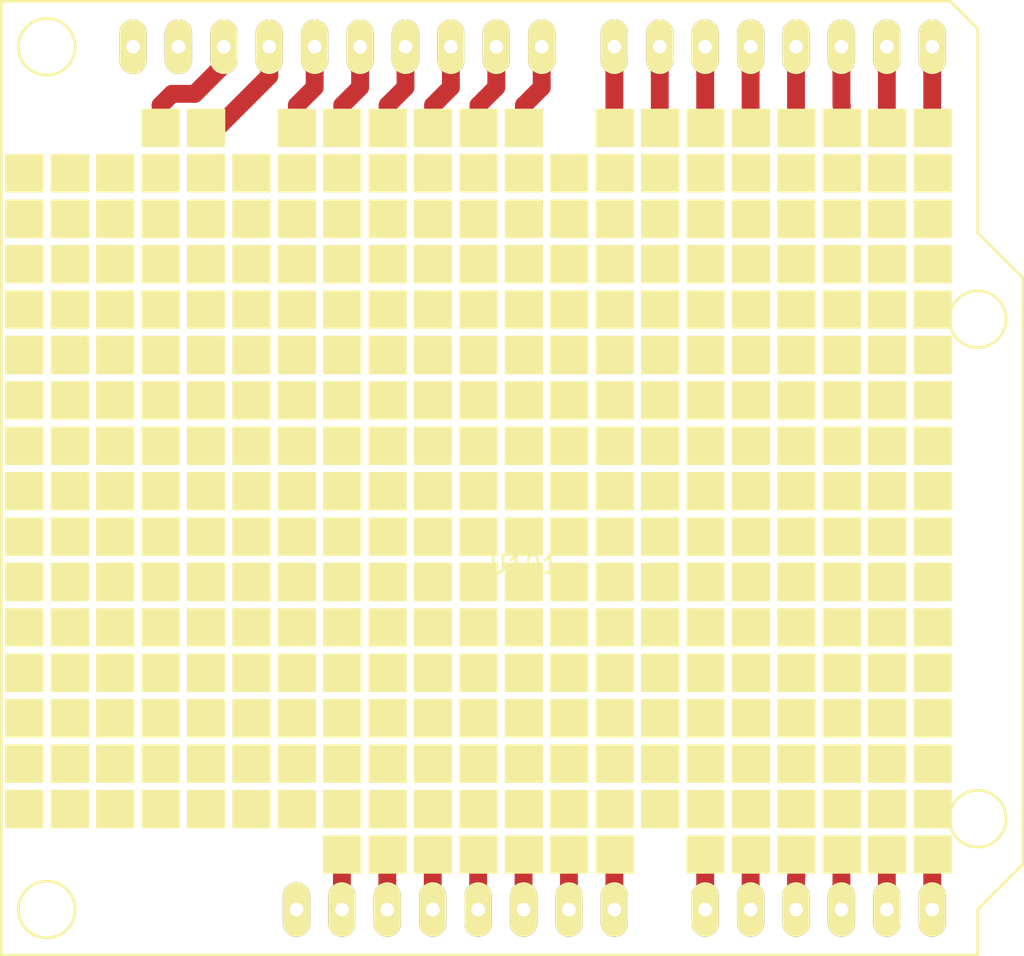
<source format=kicad_pcb>
(kicad_pcb (version 4) (host pcbnew 0.201509030901+6151~29~ubuntu14.04.1-product)
  (layers (0 F.Cu signal) (31 B.Cu signal) (34 B.Paste user) (35 F.Paste user) (36 B.SilkS user) (37 F.SilkS user) (38 B.Mask user) (39 F.Mask user) (44 Edge.Cuts user))
  (net 0 "")
  (net 1 "Net-(P101-Pad1)")
  (net 2 "Net-(P102-Pad1)")
  (net 3 "Net-(P103-Pad1)")
  (net 4 "Net-(P104-Pad1)")
  (net 5 "Net-(P105-Pad1)")
  (net 6 "Net-(P106-Pad1)")
  (net 7 "Net-(P107-Pad1)")
  (net 8 "Net-(P108-Pad1)")
  (net 9 "Net-(P109-Pad1)")
  (net 10 "Net-(P110-Pad1)")
  (net 11 "Net-(P111-Pad1)")
  (net 12 "Net-(P112-Pad1)")
  (net 13 "Net-(P113-Pad1)")
  (net 14 "Net-(P114-Pad1)")
  (net 15 "Net-(P115-Pad1)")
  (net 16 "Net-(P116-Pad1)")
  (net 17 "Net-(P117-Pad1)")
  (net 18 "Net-(P118-Pad1)")
  (net 19 "Net-(P119-Pad1)")
  (net 20 "Net-(P120-Pad1)")
  (net 21 "Net-(P121-Pad1)")
  (net 22 "Net-(P122-Pad1)")
  (net 23 "Net-(P123-Pad1)")
  (net 24 "Net-(P124-Pad1)")
  (net 25 "Net-(P125-Pad1)")
  (net 26 "Net-(P126-Pad1)")
  (net 27 "Net-(P127-Pad1)")
  (net 28 "Net-(P128-Pad1)")
  (net 29 "Net-(P129-Pad1)")
  (net 30 "Net-(P130-Pad1)")
  (net 31 "Net-(P131-Pad1)")
  (net 32 "Net-(P132-Pad1)")
  (module netl:Arduino_uno (layer F.Cu) (at 160 125)
    (fp_text reference U101 (at 12.7 -19.304) (layer F.SilkS))
    (fp_text value Arduino_Uno)
    (pad 1 thru_hole oval (at 0 0) (size 1.524 3.048) (drill 0.762) (layers *.Cu *.Mask F.SilkS) (net 1 "Net-(P101-Pad1)"))
    (pad 2 thru_hole oval (at 2.54 0) (size 1.524 3.048) (drill 0.762) (layers *.Cu *.Mask F.SilkS) (net 2 "Net-(P102-Pad1)"))
    (pad 3 thru_hole oval (at 5.08 0) (size 1.524 3.048) (drill 0.762) (layers *.Cu *.Mask F.SilkS) (net 3 "Net-(P103-Pad1)"))
    (pad 4 thru_hole oval (at 7.62 0) (size 1.524 3.048) (drill 0.762) (layers *.Cu *.Mask F.SilkS) (net 4 "Net-(P104-Pad1)"))
    (pad 5 thru_hole oval (at 10.16 0) (size 1.524 3.048) (drill 0.762) (layers *.Cu *.Mask F.SilkS) (net 5 "Net-(P105-Pad1)"))
    (pad 6 thru_hole oval (at 12.7 0) (size 1.524 3.048) (drill 0.762) (layers *.Cu *.Mask F.SilkS) (net 6 "Net-(P106-Pad1)"))
    (pad 7 thru_hole oval (at 15.24 0) (size 1.524 3.048) (drill 0.762) (layers *.Cu *.Mask F.SilkS) (net 7 "Net-(P107-Pad1)"))
    (pad 8 thru_hole oval (at 17.78 0) (size 1.524 3.048) (drill 0.762) (layers *.Cu *.Mask F.SilkS) (net 8 "Net-(P108-Pad1)"))
    (pad 9 thru_hole oval (at 22.86 0) (size 1.524 3.048) (drill 0.762) (layers *.Cu *.Mask F.SilkS) (net 9 "Net-(P109-Pad1)"))
    (pad 10 thru_hole oval (at 25.4 0) (size 1.524 3.048) (drill 0.762) (layers *.Cu *.Mask F.SilkS) (net 10 "Net-(P110-Pad1)"))
    (pad 11 thru_hole oval (at 27.94 0) (size 1.524 3.048) (drill 0.762) (layers *.Cu *.Mask F.SilkS) (net 11 "Net-(P111-Pad1)"))
    (pad 12 thru_hole oval (at 30.48 0) (size 1.524 3.048) (drill 0.762) (layers *.Cu *.Mask F.SilkS) (net 12 "Net-(P112-Pad1)"))
    (pad 13 thru_hole oval (at 33.02 0) (size 1.524 3.048) (drill 0.762) (layers *.Cu *.Mask F.SilkS) (net 13 "Net-(P113-Pad1)"))
    (pad 14 thru_hole oval (at 35.56 0) (size 1.524 3.048) (drill 0.762) (layers *.Cu *.Mask F.SilkS) (net 14 "Net-(P114-Pad1)"))
    (pad 15 thru_hole oval (at 35.56 -48.26 180) (size 1.524 3.048) (drill 0.762) (layers *.Cu *.Mask F.SilkS) (net 32 "Net-(P132-Pad1)"))
    (pad 16 thru_hole oval (at 33.02 -48.26 180) (size 1.524 3.048) (drill 0.762) (layers *.Cu *.Mask F.SilkS) (net 31 "Net-(P131-Pad1)"))
    (pad 17 thru_hole oval (at 30.48 -48.26 180) (size 1.524 3.048) (drill 0.762) (layers *.Cu *.Mask F.SilkS) (net 30 "Net-(P130-Pad1)"))
    (pad 18 thru_hole oval (at 27.94 -48.26 180) (size 1.524 3.048) (drill 0.762) (layers *.Cu *.Mask F.SilkS) (net 29 "Net-(P129-Pad1)"))
    (pad 19 thru_hole oval (at 25.4 -48.26 180) (size 1.524 3.048) (drill 0.762) (layers *.Cu *.Mask F.SilkS) (net 28 "Net-(P128-Pad1)"))
    (pad 20 thru_hole oval (at 22.86 -48.26 180) (size 1.524 3.048) (drill 0.762) (layers *.Cu *.Mask F.SilkS) (net 27 "Net-(P127-Pad1)"))
    (pad 21 thru_hole oval (at 20.32 -48.26 180) (size 1.524 3.048) (drill 0.762) (layers *.Cu *.Mask F.SilkS) (net 26 "Net-(P126-Pad1)"))
    (pad 22 thru_hole oval (at 17.78 -48.26 180) (size 1.524 3.048) (drill 0.762) (layers *.Cu *.Mask F.SilkS) (net 25 "Net-(P125-Pad1)"))
    (pad 23 thru_hole oval (at 13.716 -48.26) (size 1.524 3.048) (drill 0.762) (layers *.Cu *.Mask F.SilkS) (net 24 "Net-(P124-Pad1)"))
    (pad 24 thru_hole oval (at 11.176 -48.26) (size 1.524 3.048) (drill 0.762) (layers *.Cu *.Mask F.SilkS) (net 23 "Net-(P123-Pad1)"))
    (pad 25 thru_hole oval (at 8.636 -48.26) (size 1.524 3.048) (drill 0.762) (layers *.Cu *.Mask F.SilkS) (net 22 "Net-(P122-Pad1)"))
    (pad 26 thru_hole oval (at 6.096 -48.26) (size 1.524 3.048) (drill 0.762) (layers *.Cu *.Mask F.SilkS) (net 21 "Net-(P121-Pad1)"))
    (pad 27 thru_hole oval (at 3.556 -48.26) (size 1.524 3.048) (drill 0.762) (layers *.Cu *.Mask F.SilkS) (net 20 "Net-(P120-Pad1)"))
    (pad 28 thru_hole oval (at 1.016 -48.26) (size 1.524 3.048) (drill 0.762) (layers *.Cu *.Mask F.SilkS) (net 19 "Net-(P119-Pad1)"))
    (pad 29 thru_hole oval (at -1.524 -48.26) (size 1.524 3.048) (drill 0.762) (layers *.Cu *.Mask F.SilkS) (net 18 "Net-(P118-Pad1)"))
    (pad 30 thru_hole oval (at -4.064 -48.26) (size 1.524 3.048) (drill 0.762) (layers *.Cu *.Mask F.SilkS) (net 17 "Net-(P117-Pad1)"))
    (pad 31 thru_hole oval (at -6.604 -48.26) (size 1.524 3.048) (drill 0.762) (layers *.Cu *.Mask F.SilkS) (net 16 "Net-(P116-Pad1)"))
    (pad 32 thru_hole oval (at -9.144 -48.26) (size 1.524 3.048) (drill 0.762) (layers *.Cu *.Mask F.SilkS) (net 15 "Net-(P115-Pad1)"))
  )
  (module netl:1Pin_big (layer F.Cu) (at 195.58 81.28)
    (fp_text reference P132 hide)
    (fp_text value CONN_01X01 hide)
    (pad 1 smd rect (at 0 0) (size 2 2) (layers F.Cu F.Paste F.SilkS F.Mask) (net 32 "Net-(P132-Pad1)"))
  )
  (module netl:1Pin_big (layer F.Cu) (at 193.04 81.28)
    (fp_text reference P131 hide)
    (fp_text value CONN_01X01 hide)
    (pad 1 smd rect (at 0 0) (size 2 2) (layers F.Cu F.Paste F.SilkS F.Mask) (net 31 "Net-(P131-Pad1)"))
  )
  (module netl:1Pin_big (layer F.Cu) (at 190.5 81.28)
    (fp_text reference P130 hide)
    (fp_text value CONN_01X01 hide)
    (pad 1 smd rect (at 0 0) (size 2 2) (layers F.Cu F.Paste F.SilkS F.Mask) (net 30 "Net-(P130-Pad1)"))
  )
  (module netl:1Pin_big (layer F.Cu) (at 195.58 121.92)
    (fp_text reference P114 hide)
    (fp_text value CONN_01X01 hide)
    (pad 1 smd rect (at 0 0) (size 2 2) (layers F.Cu F.Paste F.SilkS F.Mask) (net 14 "Net-(P114-Pad1)"))
  )
  (module netl:1Pin_big (layer F.Cu) (at 193.04 121.92)
    (fp_text reference P113 hide)
    (fp_text value CONN_01X01 hide)
    (pad 1 smd rect (at 0 0) (size 2 2) (layers F.Cu F.Paste F.SilkS F.Mask) (net 13 "Net-(P113-Pad1)"))
  )
  (module netl:1Pin_big (layer F.Cu) (at 144.78 83.82)
    (fp_text reference JP111111 hide)
    (fp_text value CONN_01X01 hide)
    (pad 1 smd rect (at 0 0) (size 2 2) (layers F.Cu F.Paste F.SilkS F.Mask))
  )
  (module netl:1Pin_big (layer F.Cu) (at 187.96 81.28)
    (fp_text reference P129 hide)
    (fp_text value CONN_01X01 hide)
    (pad 1 smd rect (at 0 0) (size 2 2) (layers F.Cu F.Paste F.SilkS F.Mask) (net 29 "Net-(P129-Pad1)"))
  )
  (module netl:1Pin_big (layer F.Cu) (at 185.42 81.28)
    (fp_text reference P128 hide)
    (fp_text value CONN_01X01 hide)
    (pad 1 smd rect (at 0 0) (size 2 2) (layers F.Cu F.Paste F.SilkS F.Mask) (net 28 "Net-(P128-Pad1)"))
  )
  (module netl:1Pin_big (layer F.Cu) (at 182.88 81.28)
    (fp_text reference P127 hide)
    (fp_text value CONN_01X01 hide)
    (pad 1 smd rect (at 0 0) (size 2 2) (layers F.Cu F.Paste F.SilkS F.Mask) (net 27 "Net-(P127-Pad1)"))
  )
  (module netl:1Pin_big (layer F.Cu) (at 180.34 81.28)
    (fp_text reference P126 hide)
    (fp_text value CONN_01X01 hide)
    (pad 1 smd rect (at 0 0) (size 2 2) (layers F.Cu F.Paste F.SilkS F.Mask) (net 26 "Net-(P126-Pad1)"))
  )
  (module netl:1Pin_big (layer F.Cu) (at 177.8 81.28)
    (fp_text reference P125 hide)
    (fp_text value CONN_01X01 hide)
    (pad 1 smd rect (at 0 0) (size 2 2) (layers F.Cu F.Paste F.SilkS F.Mask) (net 25 "Net-(P125-Pad1)"))
  )
  (module netl:1Pin_big (layer F.Cu) (at 172.72 81.28)
    (fp_text reference P124 hide)
    (fp_text value CONN_01X01 hide)
    (pad 1 smd rect (at 0 0) (size 2 2) (layers F.Cu F.Paste F.SilkS F.Mask) (net 24 "Net-(P124-Pad1)"))
  )
  (module netl:1Pin_big (layer F.Cu) (at 170.18 81.28)
    (fp_text reference P123 hide)
    (fp_text value CONN_01X01 hide)
    (pad 1 smd rect (at 0 0) (size 2 2) (layers F.Cu F.Paste F.SilkS F.Mask) (net 23 "Net-(P123-Pad1)"))
  )
  (module netl:1Pin_big (layer F.Cu) (at 167.64 81.28)
    (fp_text reference P122 hide)
    (fp_text value CONN_01X01 hide)
    (pad 1 smd rect (at 0 0) (size 2 2) (layers F.Cu F.Paste F.SilkS F.Mask) (net 22 "Net-(P122-Pad1)"))
  )
  (module netl:1Pin_big (layer F.Cu) (at 165.1 81.28)
    (fp_text reference P121 hide)
    (fp_text value CONN_01X01 hide)
    (pad 1 smd rect (at 0 0) (size 2 2) (layers F.Cu F.Paste F.SilkS F.Mask) (net 21 "Net-(P121-Pad1)"))
  )
  (module netl:1Pin_big (layer F.Cu) (at 162.56 81.28)
    (fp_text reference P120 hide)
    (fp_text value CONN_01X01 hide)
    (pad 1 smd rect (at 0 0) (size 2 2) (layers F.Cu F.Paste F.SilkS F.Mask) (net 20 "Net-(P120-Pad1)"))
  )
  (module netl:1Pin_big (layer F.Cu) (at 160.02 81.28)
    (fp_text reference P119 hide)
    (fp_text value CONN_01X01 hide)
    (pad 1 smd rect (at 0 0) (size 2 2) (layers F.Cu F.Paste F.SilkS F.Mask) (net 19 "Net-(P119-Pad1)"))
  )
  (module netl:1Pin_big (layer F.Cu) (at 154.94 81.28)
    (fp_text reference P118 hide)
    (fp_text value CONN_01X01 hide)
    (pad 1 smd rect (at 0 0) (size 2 2) (layers F.Cu F.Paste F.SilkS F.Mask) (net 18 "Net-(P118-Pad1)"))
  )
  (module netl:1Pin_big (layer F.Cu) (at 152.4 81.28)
    (fp_text reference P117 hide)
    (fp_text value CONN_01X01 hide)
    (pad 1 smd rect (at 0 0) (size 2 2) (layers F.Cu F.Paste F.SilkS F.Mask) (net 17 "Net-(P117-Pad1)"))
  )
  (module netl:1Pin_big (layer F.Cu) (at 190.5 121.92)
    (fp_text reference P112 hide)
    (fp_text value CONN_01X01 hide)
    (pad 1 smd rect (at 0 0) (size 2 2) (layers F.Cu F.Paste F.SilkS F.Mask) (net 12 "Net-(P112-Pad1)"))
  )
  (module netl:1Pin_big (layer F.Cu) (at 187.96 121.92)
    (fp_text reference P111 hide)
    (fp_text value CONN_01X01 hide)
    (pad 1 smd rect (at 0 0) (size 2 2) (layers F.Cu F.Paste F.SilkS F.Mask) (net 11 "Net-(P111-Pad1)"))
  )
  (module netl:1Pin_big (layer F.Cu) (at 185.42 121.92)
    (fp_text reference P110 hide)
    (fp_text value CONN_01X01 hide)
    (pad 1 smd rect (at 0 0) (size 2 2) (layers F.Cu F.Paste F.SilkS F.Mask) (net 10 "Net-(P110-Pad1)"))
  )
  (module netl:1Pin_big (layer F.Cu) (at 182.88 121.92)
    (fp_text reference P109 hide)
    (fp_text value CONN_01X01 hide)
    (pad 1 smd rect (at 0 0) (size 2 2) (layers F.Cu F.Paste F.SilkS F.Mask) (net 9 "Net-(P109-Pad1)"))
  )
  (module netl:1Pin_big (layer F.Cu) (at 177.8 121.92)
    (fp_text reference P108 hide)
    (fp_text value CONN_01X01 hide)
    (pad 1 smd rect (at 0 0) (size 2 2) (layers F.Cu F.Paste F.SilkS F.Mask) (net 8 "Net-(P108-Pad1)"))
  )
  (module netl:1Pin_big (layer F.Cu) (at 175.26 121.92)
    (fp_text reference P107 hide)
    (fp_text value CONN_01X01 hide)
    (pad 1 smd rect (at 0 0) (size 2 2) (layers F.Cu F.Paste F.SilkS F.Mask) (net 7 "Net-(P107-Pad1)"))
  )
  (module netl:1Pin_big (layer F.Cu) (at 172.72 121.92)
    (fp_text reference P106 hide)
    (fp_text value CONN_01X01 hide)
    (pad 1 smd rect (at 0 0) (size 2 2) (layers F.Cu F.Paste F.SilkS F.Mask) (net 6 "Net-(P106-Pad1)"))
  )
  (module netl:1Pin_big (layer F.Cu) (at 170.18 121.92)
    (fp_text reference P105 hide)
    (fp_text value CONN_01X01 hide)
    (pad 1 smd rect (at 0 0) (size 2 2) (layers F.Cu F.Paste F.SilkS F.Mask) (net 5 "Net-(P105-Pad1)"))
  )
  (module netl:1Pin_big (layer F.Cu) (at 167.64 121.92)
    (fp_text reference P104 hide)
    (fp_text value CONN_01X01 hide)
    (pad 1 smd rect (at 0 0) (size 2 2) (layers F.Cu F.Paste F.SilkS F.Mask) (net 4 "Net-(P104-Pad1)"))
  )
  (module netl:1Pin_big (layer F.Cu) (at 165.1 121.92)
    (fp_text reference P103 hide)
    (fp_text value CONN_01X01 hide)
    (pad 1 smd rect (at 0 0) (size 2 2) (layers F.Cu F.Paste F.SilkS F.Mask) (net 3 "Net-(P103-Pad1)"))
  )
  (module netl:1Pin_big (layer F.Cu) (at 162.56 121.92)
    (fp_text reference P102 hide)
    (fp_text value CONN_01X01 hide)
    (pad 1 smd rect (at 0 0) (size 2 2) (layers F.Cu F.Paste F.SilkS F.Mask) (net 2 "Net-(P102-Pad1)"))
  )
  (module netl:1Pin_big (layer F.Cu) (at 147.32 83.82)
    (fp_text reference JP111121 hide)
    (fp_text value CONN_01X01 hide)
    (pad 1 smd rect (at 0 0) (size 2 2) (layers F.Cu F.Paste F.SilkS F.Mask))
  )
  (module netl:1Pin_big (layer F.Cu) (at 149.86 83.82)
    (fp_text reference JP111131 hide)
    (fp_text value CONN_01X01 hide)
    (pad 1 smd rect (at 0 0) (size 2 2) (layers F.Cu F.Paste F.SilkS F.Mask))
  )
  (module netl:1Pin_big (layer F.Cu) (at 152.4 83.82)
    (fp_text reference JP111141 hide)
    (fp_text value CONN_01X01 hide)
    (pad 1 smd rect (at 0 0) (size 2 2) (layers F.Cu F.Paste F.SilkS F.Mask))
  )
  (module netl:1Pin_big (layer F.Cu) (at 154.94 83.82)
    (fp_text reference JP111151 hide)
    (fp_text value CONN_01X01 hide)
    (pad 1 smd rect (at 0 0) (size 2 2) (layers F.Cu F.Paste F.SilkS F.Mask))
  )
  (module netl:1Pin_big (layer F.Cu) (at 157.48 83.82)
    (fp_text reference JP111161 hide)
    (fp_text value CONN_01X01 hide)
    (pad 1 smd rect (at 0 0) (size 2 2) (layers F.Cu F.Paste F.SilkS F.Mask))
  )
  (module netl:1Pin_big (layer F.Cu) (at 160.02 83.82)
    (fp_text reference JP111171 hide)
    (fp_text value CONN_01X01 hide)
    (pad 1 smd rect (at 0 0) (size 2 2) (layers F.Cu F.Paste F.SilkS F.Mask))
  )
  (module netl:1Pin_big (layer F.Cu) (at 162.56 83.82)
    (fp_text reference JP111181 hide)
    (fp_text value CONN_01X01 hide)
    (pad 1 smd rect (at 0 0) (size 2 2) (layers F.Cu F.Paste F.SilkS F.Mask))
  )
  (module netl:1Pin_big (layer F.Cu) (at 165.1 83.82)
    (fp_text reference JP111191 hide)
    (fp_text value CONN_01X01 hide)
    (pad 1 smd rect (at 0 0) (size 2 2) (layers F.Cu F.Paste F.SilkS F.Mask))
  )
  (module netl:1Pin_big (layer F.Cu) (at 167.64 83.82)
    (fp_text reference JP1111101 hide)
    (fp_text value CONN_01X01 hide)
    (pad 1 smd rect (at 0 0) (size 2 2) (layers F.Cu F.Paste F.SilkS F.Mask))
  )
  (module netl:1Pin_big (layer F.Cu) (at 170.18 83.82)
    (fp_text reference JP1111111 hide)
    (fp_text value CONN_01X01 hide)
    (pad 1 smd rect (at 0 0) (size 2 2) (layers F.Cu F.Paste F.SilkS F.Mask))
  )
  (module netl:1Pin_big (layer F.Cu) (at 172.72 83.82)
    (fp_text reference JP1111121 hide)
    (fp_text value CONN_01X01 hide)
    (pad 1 smd rect (at 0 0) (size 2 2) (layers F.Cu F.Paste F.SilkS F.Mask))
  )
  (module netl:1Pin_big (layer F.Cu) (at 175.26 83.82)
    (fp_text reference JP1111131 hide)
    (fp_text value CONN_01X01 hide)
    (pad 1 smd rect (at 0 0) (size 2 2) (layers F.Cu F.Paste F.SilkS F.Mask))
  )
  (module netl:1Pin_big (layer F.Cu) (at 177.8 83.82)
    (fp_text reference JP1111141 hide)
    (fp_text value CONN_01X01 hide)
    (pad 1 smd rect (at 0 0) (size 2 2) (layers F.Cu F.Paste F.SilkS F.Mask))
  )
  (module netl:1Pin_big (layer F.Cu) (at 180.34 83.82)
    (fp_text reference JP1111151 hide)
    (fp_text value CONN_01X01 hide)
    (pad 1 smd rect (at 0 0) (size 2 2) (layers F.Cu F.Paste F.SilkS F.Mask))
  )
  (module netl:1Pin_big (layer F.Cu) (at 182.88 83.82)
    (fp_text reference JP1111161 hide)
    (fp_text value CONN_01X01 hide)
    (pad 1 smd rect (at 0 0) (size 2 2) (layers F.Cu F.Paste F.SilkS F.Mask))
  )
  (module netl:1Pin_big (layer F.Cu) (at 185.42 83.82)
    (fp_text reference JP1111171 hide)
    (fp_text value CONN_01X01 hide)
    (pad 1 smd rect (at 0 0) (size 2 2) (layers F.Cu F.Paste F.SilkS F.Mask))
  )
  (module netl:1Pin_big (layer F.Cu) (at 187.96 83.82)
    (fp_text reference JP1111181 hide)
    (fp_text value CONN_01X01 hide)
    (pad 1 smd rect (at 0 0) (size 2 2) (layers F.Cu F.Paste F.SilkS F.Mask))
  )
  (module netl:1Pin_big (layer F.Cu) (at 190.5 83.82)
    (fp_text reference JP1111191 hide)
    (fp_text value CONN_01X01 hide)
    (pad 1 smd rect (at 0 0) (size 2 2) (layers F.Cu F.Paste F.SilkS F.Mask))
  )
  (module netl:1Pin_big (layer F.Cu) (at 193.04 83.82)
    (fp_text reference JP1111201 hide)
    (fp_text value CONN_01X01 hide)
    (pad 1 smd rect (at 0 0) (size 2 2) (layers F.Cu F.Paste F.SilkS F.Mask))
  )
  (module netl:1Pin_big (layer F.Cu) (at 195.58 83.82)
    (fp_text reference JP1111211 hide)
    (fp_text value CONN_01X01 hide)
    (pad 1 smd rect (at 0 0) (size 2 2) (layers F.Cu F.Paste F.SilkS F.Mask))
  )
  (module netl:1Pin_big (layer F.Cu) (at 144.78 86.36)
    (fp_text reference JP111112 hide)
    (fp_text value CONN_01X01 hide)
    (pad 1 smd rect (at 0 0) (size 2 2) (layers F.Cu F.Paste F.SilkS F.Mask))
  )
  (module netl:1Pin_big (layer F.Cu) (at 147.32 86.36)
    (fp_text reference JP111122 hide)
    (fp_text value CONN_01X01 hide)
    (pad 1 smd rect (at 0 0) (size 2 2) (layers F.Cu F.Paste F.SilkS F.Mask))
  )
  (module netl:1Pin_big (layer F.Cu) (at 149.86 86.36)
    (fp_text reference JP111132 hide)
    (fp_text value CONN_01X01 hide)
    (pad 1 smd rect (at 0 0) (size 2 2) (layers F.Cu F.Paste F.SilkS F.Mask))
  )
  (module netl:1Pin_big (layer F.Cu) (at 152.4 86.36)
    (fp_text reference JP111142 hide)
    (fp_text value CONN_01X01 hide)
    (pad 1 smd rect (at 0 0) (size 2 2) (layers F.Cu F.Paste F.SilkS F.Mask))
  )
  (module netl:1Pin_big (layer F.Cu) (at 154.94 86.36)
    (fp_text reference JP111152 hide)
    (fp_text value CONN_01X01 hide)
    (pad 1 smd rect (at 0 0) (size 2 2) (layers F.Cu F.Paste F.SilkS F.Mask))
  )
  (module netl:1Pin_big (layer F.Cu) (at 157.48 86.36)
    (fp_text reference JP111162 hide)
    (fp_text value CONN_01X01 hide)
    (pad 1 smd rect (at 0 0) (size 2 2) (layers F.Cu F.Paste F.SilkS F.Mask))
  )
  (module netl:1Pin_big (layer F.Cu) (at 160.02 86.36)
    (fp_text reference JP111172 hide)
    (fp_text value CONN_01X01 hide)
    (pad 1 smd rect (at 0 0) (size 2 2) (layers F.Cu F.Paste F.SilkS F.Mask))
  )
  (module netl:1Pin_big (layer F.Cu) (at 162.56 86.36)
    (fp_text reference JP111182 hide)
    (fp_text value CONN_01X01 hide)
    (pad 1 smd rect (at 0 0) (size 2 2) (layers F.Cu F.Paste F.SilkS F.Mask))
  )
  (module netl:1Pin_big (layer F.Cu) (at 165.1 86.36)
    (fp_text reference JP111192 hide)
    (fp_text value CONN_01X01 hide)
    (pad 1 smd rect (at 0 0) (size 2 2) (layers F.Cu F.Paste F.SilkS F.Mask))
  )
  (module netl:1Pin_big (layer F.Cu) (at 167.64 86.36)
    (fp_text reference JP1111102 hide)
    (fp_text value CONN_01X01 hide)
    (pad 1 smd rect (at 0 0) (size 2 2) (layers F.Cu F.Paste F.SilkS F.Mask))
  )
  (module netl:1Pin_big (layer F.Cu) (at 170.18 86.36)
    (fp_text reference JP1111112 hide)
    (fp_text value CONN_01X01 hide)
    (pad 1 smd rect (at 0 0) (size 2 2) (layers F.Cu F.Paste F.SilkS F.Mask))
  )
  (module netl:1Pin_big (layer F.Cu) (at 172.72 86.36)
    (fp_text reference JP1111122 hide)
    (fp_text value CONN_01X01 hide)
    (pad 1 smd rect (at 0 0) (size 2 2) (layers F.Cu F.Paste F.SilkS F.Mask))
  )
  (module netl:1Pin_big (layer F.Cu) (at 175.26 86.36)
    (fp_text reference JP1111132 hide)
    (fp_text value CONN_01X01 hide)
    (pad 1 smd rect (at 0 0) (size 2 2) (layers F.Cu F.Paste F.SilkS F.Mask))
  )
  (module netl:1Pin_big (layer F.Cu) (at 177.8 86.36)
    (fp_text reference JP1111142 hide)
    (fp_text value CONN_01X01 hide)
    (pad 1 smd rect (at 0 0) (size 2 2) (layers F.Cu F.Paste F.SilkS F.Mask))
  )
  (module netl:1Pin_big (layer F.Cu) (at 180.34 86.36)
    (fp_text reference JP1111152 hide)
    (fp_text value CONN_01X01 hide)
    (pad 1 smd rect (at 0 0) (size 2 2) (layers F.Cu F.Paste F.SilkS F.Mask))
  )
  (module netl:1Pin_big (layer F.Cu) (at 182.88 86.36)
    (fp_text reference JP1111162 hide)
    (fp_text value CONN_01X01 hide)
    (pad 1 smd rect (at 0 0) (size 2 2) (layers F.Cu F.Paste F.SilkS F.Mask))
  )
  (module netl:1Pin_big (layer F.Cu) (at 185.42 86.36)
    (fp_text reference JP1111172 hide)
    (fp_text value CONN_01X01 hide)
    (pad 1 smd rect (at 0 0) (size 2 2) (layers F.Cu F.Paste F.SilkS F.Mask))
  )
  (module netl:1Pin_big (layer F.Cu) (at 187.96 86.36)
    (fp_text reference JP1111182 hide)
    (fp_text value CONN_01X01 hide)
    (pad 1 smd rect (at 0 0) (size 2 2) (layers F.Cu F.Paste F.SilkS F.Mask))
  )
  (module netl:1Pin_big (layer F.Cu) (at 190.5 86.36)
    (fp_text reference JP1111192 hide)
    (fp_text value CONN_01X01 hide)
    (pad 1 smd rect (at 0 0) (size 2 2) (layers F.Cu F.Paste F.SilkS F.Mask))
  )
  (module netl:1Pin_big (layer F.Cu) (at 193.04 86.36)
    (fp_text reference JP1111202 hide)
    (fp_text value CONN_01X01 hide)
    (pad 1 smd rect (at 0 0) (size 2 2) (layers F.Cu F.Paste F.SilkS F.Mask))
  )
  (module netl:1Pin_big (layer F.Cu) (at 195.58 86.36)
    (fp_text reference JP1111212 hide)
    (fp_text value CONN_01X01 hide)
    (pad 1 smd rect (at 0 0) (size 2 2) (layers F.Cu F.Paste F.SilkS F.Mask))
  )
  (module netl:1Pin_big (layer F.Cu) (at 144.78 88.9)
    (fp_text reference JP111113 hide)
    (fp_text value CONN_01X01 hide)
    (pad 1 smd rect (at 0 0) (size 2 2) (layers F.Cu F.Paste F.SilkS F.Mask))
  )
  (module netl:1Pin_big (layer F.Cu) (at 147.32 88.9)
    (fp_text reference JP111123 hide)
    (fp_text value CONN_01X01 hide)
    (pad 1 smd rect (at 0 0) (size 2 2) (layers F.Cu F.Paste F.SilkS F.Mask))
  )
  (module netl:1Pin_big (layer F.Cu) (at 149.86 88.9)
    (fp_text reference JP111133 hide)
    (fp_text value CONN_01X01 hide)
    (pad 1 smd rect (at 0 0) (size 2 2) (layers F.Cu F.Paste F.SilkS F.Mask))
  )
  (module netl:1Pin_big (layer F.Cu) (at 152.4 88.9)
    (fp_text reference JP111143 hide)
    (fp_text value CONN_01X01 hide)
    (pad 1 smd rect (at 0 0) (size 2 2) (layers F.Cu F.Paste F.SilkS F.Mask))
  )
  (module netl:1Pin_big (layer F.Cu) (at 154.94 88.9)
    (fp_text reference JP111153 hide)
    (fp_text value CONN_01X01 hide)
    (pad 1 smd rect (at 0 0) (size 2 2) (layers F.Cu F.Paste F.SilkS F.Mask))
  )
  (module netl:1Pin_big (layer F.Cu) (at 157.48 88.9)
    (fp_text reference JP111163 hide)
    (fp_text value CONN_01X01 hide)
    (pad 1 smd rect (at 0 0) (size 2 2) (layers F.Cu F.Paste F.SilkS F.Mask))
  )
  (module netl:1Pin_big (layer F.Cu) (at 160.02 88.9)
    (fp_text reference JP111173 hide)
    (fp_text value CONN_01X01 hide)
    (pad 1 smd rect (at 0 0) (size 2 2) (layers F.Cu F.Paste F.SilkS F.Mask))
  )
  (module netl:1Pin_big (layer F.Cu) (at 162.56 88.9)
    (fp_text reference JP111183 hide)
    (fp_text value CONN_01X01 hide)
    (pad 1 smd rect (at 0 0) (size 2 2) (layers F.Cu F.Paste F.SilkS F.Mask))
  )
  (module netl:1Pin_big (layer F.Cu) (at 165.1 88.9)
    (fp_text reference JP111193 hide)
    (fp_text value CONN_01X01 hide)
    (pad 1 smd rect (at 0 0) (size 2 2) (layers F.Cu F.Paste F.SilkS F.Mask))
  )
  (module netl:1Pin_big (layer F.Cu) (at 167.64 88.9)
    (fp_text reference JP1111103 hide)
    (fp_text value CONN_01X01 hide)
    (pad 1 smd rect (at 0 0) (size 2 2) (layers F.Cu F.Paste F.SilkS F.Mask))
  )
  (module netl:1Pin_big (layer F.Cu) (at 170.18 88.9)
    (fp_text reference JP1111113 hide)
    (fp_text value CONN_01X01 hide)
    (pad 1 smd rect (at 0 0) (size 2 2) (layers F.Cu F.Paste F.SilkS F.Mask))
  )
  (module netl:1Pin_big (layer F.Cu) (at 172.72 88.9)
    (fp_text reference JP1111123 hide)
    (fp_text value CONN_01X01 hide)
    (pad 1 smd rect (at 0 0) (size 2 2) (layers F.Cu F.Paste F.SilkS F.Mask))
  )
  (module netl:1Pin_big (layer F.Cu) (at 175.26 88.9)
    (fp_text reference JP1111133 hide)
    (fp_text value CONN_01X01 hide)
    (pad 1 smd rect (at 0 0) (size 2 2) (layers F.Cu F.Paste F.SilkS F.Mask))
  )
  (module netl:1Pin_big (layer F.Cu) (at 177.8 88.9)
    (fp_text reference JP1111143 hide)
    (fp_text value CONN_01X01 hide)
    (pad 1 smd rect (at 0 0) (size 2 2) (layers F.Cu F.Paste F.SilkS F.Mask))
  )
  (module netl:1Pin_big (layer F.Cu) (at 180.34 88.9)
    (fp_text reference JP1111153 hide)
    (fp_text value CONN_01X01 hide)
    (pad 1 smd rect (at 0 0) (size 2 2) (layers F.Cu F.Paste F.SilkS F.Mask))
  )
  (module netl:1Pin_big (layer F.Cu) (at 182.88 88.9)
    (fp_text reference JP1111163 hide)
    (fp_text value CONN_01X01 hide)
    (pad 1 smd rect (at 0 0) (size 2 2) (layers F.Cu F.Paste F.SilkS F.Mask))
  )
  (module netl:1Pin_big (layer F.Cu) (at 185.42 88.9)
    (fp_text reference JP1111173 hide)
    (fp_text value CONN_01X01 hide)
    (pad 1 smd rect (at 0 0) (size 2 2) (layers F.Cu F.Paste F.SilkS F.Mask))
  )
  (module netl:1Pin_big (layer F.Cu) (at 187.96 88.9)
    (fp_text reference JP1111183 hide)
    (fp_text value CONN_01X01 hide)
    (pad 1 smd rect (at 0 0) (size 2 2) (layers F.Cu F.Paste F.SilkS F.Mask))
  )
  (module netl:1Pin_big (layer F.Cu) (at 190.5 88.9)
    (fp_text reference JP1111193 hide)
    (fp_text value CONN_01X01 hide)
    (pad 1 smd rect (at 0 0) (size 2 2) (layers F.Cu F.Paste F.SilkS F.Mask))
  )
  (module netl:1Pin_big (layer F.Cu) (at 193.04 88.9)
    (fp_text reference JP1111203 hide)
    (fp_text value CONN_01X01 hide)
    (pad 1 smd rect (at 0 0) (size 2 2) (layers F.Cu F.Paste F.SilkS F.Mask))
  )
  (module netl:1Pin_big (layer F.Cu) (at 195.58 88.9)
    (fp_text reference JP1111213 hide)
    (fp_text value CONN_01X01 hide)
    (pad 1 smd rect (at 0 0) (size 2 2) (layers F.Cu F.Paste F.SilkS F.Mask))
  )
  (module netl:1Pin_big (layer F.Cu) (at 144.78 91.44)
    (fp_text reference JP111114 hide)
    (fp_text value CONN_01X01 hide)
    (pad 1 smd rect (at 0 0) (size 2 2) (layers F.Cu F.Paste F.SilkS F.Mask))
  )
  (module netl:1Pin_big (layer F.Cu) (at 147.32 91.44)
    (fp_text reference JP111124 hide)
    (fp_text value CONN_01X01 hide)
    (pad 1 smd rect (at 0 0) (size 2 2) (layers F.Cu F.Paste F.SilkS F.Mask))
  )
  (module netl:1Pin_big (layer F.Cu) (at 149.86 91.44)
    (fp_text reference JP111134 hide)
    (fp_text value CONN_01X01 hide)
    (pad 1 smd rect (at 0 0) (size 2 2) (layers F.Cu F.Paste F.SilkS F.Mask))
  )
  (module netl:1Pin_big (layer F.Cu) (at 152.4 91.44)
    (fp_text reference JP111144 hide)
    (fp_text value CONN_01X01 hide)
    (pad 1 smd rect (at 0 0) (size 2 2) (layers F.Cu F.Paste F.SilkS F.Mask))
  )
  (module netl:1Pin_big (layer F.Cu) (at 154.94 91.44)
    (fp_text reference JP111154 hide)
    (fp_text value CONN_01X01 hide)
    (pad 1 smd rect (at 0 0) (size 2 2) (layers F.Cu F.Paste F.SilkS F.Mask))
  )
  (module netl:1Pin_big (layer F.Cu) (at 157.48 91.44)
    (fp_text reference JP111164 hide)
    (fp_text value CONN_01X01 hide)
    (pad 1 smd rect (at 0 0) (size 2 2) (layers F.Cu F.Paste F.SilkS F.Mask))
  )
  (module netl:1Pin_big (layer F.Cu) (at 160.02 91.44)
    (fp_text reference JP111174 hide)
    (fp_text value CONN_01X01 hide)
    (pad 1 smd rect (at 0 0) (size 2 2) (layers F.Cu F.Paste F.SilkS F.Mask))
  )
  (module netl:1Pin_big (layer F.Cu) (at 162.56 91.44)
    (fp_text reference JP111184 hide)
    (fp_text value CONN_01X01 hide)
    (pad 1 smd rect (at 0 0) (size 2 2) (layers F.Cu F.Paste F.SilkS F.Mask))
  )
  (module netl:1Pin_big (layer F.Cu) (at 165.1 91.44)
    (fp_text reference JP111194 hide)
    (fp_text value CONN_01X01 hide)
    (pad 1 smd rect (at 0 0) (size 2 2) (layers F.Cu F.Paste F.SilkS F.Mask))
  )
  (module netl:1Pin_big (layer F.Cu) (at 167.64 91.44)
    (fp_text reference JP1111104 hide)
    (fp_text value CONN_01X01 hide)
    (pad 1 smd rect (at 0 0) (size 2 2) (layers F.Cu F.Paste F.SilkS F.Mask))
  )
  (module netl:1Pin_big (layer F.Cu) (at 170.18 91.44)
    (fp_text reference JP1111114 hide)
    (fp_text value CONN_01X01 hide)
    (pad 1 smd rect (at 0 0) (size 2 2) (layers F.Cu F.Paste F.SilkS F.Mask))
  )
  (module netl:1Pin_big (layer F.Cu) (at 172.72 91.44)
    (fp_text reference JP1111124 hide)
    (fp_text value CONN_01X01 hide)
    (pad 1 smd rect (at 0 0) (size 2 2) (layers F.Cu F.Paste F.SilkS F.Mask))
  )
  (module netl:1Pin_big (layer F.Cu) (at 175.26 91.44)
    (fp_text reference JP1111134 hide)
    (fp_text value CONN_01X01 hide)
    (pad 1 smd rect (at 0 0) (size 2 2) (layers F.Cu F.Paste F.SilkS F.Mask))
  )
  (module netl:1Pin_big (layer F.Cu) (at 177.8 91.44)
    (fp_text reference JP1111144 hide)
    (fp_text value CONN_01X01 hide)
    (pad 1 smd rect (at 0 0) (size 2 2) (layers F.Cu F.Paste F.SilkS F.Mask))
  )
  (module netl:1Pin_big (layer F.Cu) (at 180.34 91.44)
    (fp_text reference JP1111154 hide)
    (fp_text value CONN_01X01 hide)
    (pad 1 smd rect (at 0 0) (size 2 2) (layers F.Cu F.Paste F.SilkS F.Mask))
  )
  (module netl:1Pin_big (layer F.Cu) (at 182.88 91.44)
    (fp_text reference JP1111164 hide)
    (fp_text value CONN_01X01 hide)
    (pad 1 smd rect (at 0 0) (size 2 2) (layers F.Cu F.Paste F.SilkS F.Mask))
  )
  (module netl:1Pin_big (layer F.Cu) (at 185.42 91.44)
    (fp_text reference JP1111174 hide)
    (fp_text value CONN_01X01 hide)
    (pad 1 smd rect (at 0 0) (size 2 2) (layers F.Cu F.Paste F.SilkS F.Mask))
  )
  (module netl:1Pin_big (layer F.Cu) (at 187.96 91.44)
    (fp_text reference JP1111184 hide)
    (fp_text value CONN_01X01 hide)
    (pad 1 smd rect (at 0 0) (size 2 2) (layers F.Cu F.Paste F.SilkS F.Mask))
  )
  (module netl:1Pin_big (layer F.Cu) (at 190.5 91.44)
    (fp_text reference JP1111194 hide)
    (fp_text value CONN_01X01 hide)
    (pad 1 smd rect (at 0 0) (size 2 2) (layers F.Cu F.Paste F.SilkS F.Mask))
  )
  (module netl:1Pin_big (layer F.Cu) (at 193.04 91.44)
    (fp_text reference JP1111204 hide)
    (fp_text value CONN_01X01 hide)
    (pad 1 smd rect (at 0 0) (size 2 2) (layers F.Cu F.Paste F.SilkS F.Mask))
  )
  (module netl:1Pin_big (layer F.Cu) (at 195.58 91.44)
    (fp_text reference JP1111214 hide)
    (fp_text value CONN_01X01 hide)
    (pad 1 smd rect (at 0 0) (size 2 2) (layers F.Cu F.Paste F.SilkS F.Mask))
  )
  (module netl:1Pin_big (layer F.Cu) (at 144.78 93.98)
    (fp_text reference JP111115 hide)
    (fp_text value CONN_01X01 hide)
    (pad 1 smd rect (at 0 0) (size 2 2) (layers F.Cu F.Paste F.SilkS F.Mask))
  )
  (module netl:1Pin_big (layer F.Cu) (at 147.32 93.98)
    (fp_text reference JP111125 hide)
    (fp_text value CONN_01X01 hide)
    (pad 1 smd rect (at 0 0) (size 2 2) (layers F.Cu F.Paste F.SilkS F.Mask))
  )
  (module netl:1Pin_big (layer F.Cu) (at 149.86 93.98)
    (fp_text reference JP111135 hide)
    (fp_text value CONN_01X01 hide)
    (pad 1 smd rect (at 0 0) (size 2 2) (layers F.Cu F.Paste F.SilkS F.Mask))
  )
  (module netl:1Pin_big (layer F.Cu) (at 152.4 93.98)
    (fp_text reference JP111145 hide)
    (fp_text value CONN_01X01 hide)
    (pad 1 smd rect (at 0 0) (size 2 2) (layers F.Cu F.Paste F.SilkS F.Mask))
  )
  (module netl:1Pin_big (layer F.Cu) (at 154.94 93.98)
    (fp_text reference JP111155 hide)
    (fp_text value CONN_01X01 hide)
    (pad 1 smd rect (at 0 0) (size 2 2) (layers F.Cu F.Paste F.SilkS F.Mask))
  )
  (module netl:1Pin_big (layer F.Cu) (at 157.48 93.98)
    (fp_text reference JP111165 hide)
    (fp_text value CONN_01X01 hide)
    (pad 1 smd rect (at 0 0) (size 2 2) (layers F.Cu F.Paste F.SilkS F.Mask))
  )
  (module netl:1Pin_big (layer F.Cu) (at 160.02 93.98)
    (fp_text reference JP111175 hide)
    (fp_text value CONN_01X01 hide)
    (pad 1 smd rect (at 0 0) (size 2 2) (layers F.Cu F.Paste F.SilkS F.Mask))
  )
  (module netl:1Pin_big (layer F.Cu) (at 162.56 93.98)
    (fp_text reference JP111185 hide)
    (fp_text value CONN_01X01 hide)
    (pad 1 smd rect (at 0 0) (size 2 2) (layers F.Cu F.Paste F.SilkS F.Mask))
  )
  (module netl:1Pin_big (layer F.Cu) (at 165.1 93.98)
    (fp_text reference JP111195 hide)
    (fp_text value CONN_01X01 hide)
    (pad 1 smd rect (at 0 0) (size 2 2) (layers F.Cu F.Paste F.SilkS F.Mask))
  )
  (module netl:1Pin_big (layer F.Cu) (at 167.64 93.98)
    (fp_text reference JP1111105 hide)
    (fp_text value CONN_01X01 hide)
    (pad 1 smd rect (at 0 0) (size 2 2) (layers F.Cu F.Paste F.SilkS F.Mask))
  )
  (module netl:1Pin_big (layer F.Cu) (at 170.18 93.98)
    (fp_text reference JP1111115 hide)
    (fp_text value CONN_01X01 hide)
    (pad 1 smd rect (at 0 0) (size 2 2) (layers F.Cu F.Paste F.SilkS F.Mask))
  )
  (module netl:1Pin_big (layer F.Cu) (at 172.72 93.98)
    (fp_text reference JP1111125 hide)
    (fp_text value CONN_01X01 hide)
    (pad 1 smd rect (at 0 0) (size 2 2) (layers F.Cu F.Paste F.SilkS F.Mask))
  )
  (module netl:1Pin_big (layer F.Cu) (at 175.26 93.98)
    (fp_text reference JP1111135 hide)
    (fp_text value CONN_01X01 hide)
    (pad 1 smd rect (at 0 0) (size 2 2) (layers F.Cu F.Paste F.SilkS F.Mask))
  )
  (module netl:1Pin_big (layer F.Cu) (at 177.8 93.98)
    (fp_text reference JP1111145 hide)
    (fp_text value CONN_01X01 hide)
    (pad 1 smd rect (at 0 0) (size 2 2) (layers F.Cu F.Paste F.SilkS F.Mask))
  )
  (module netl:1Pin_big (layer F.Cu) (at 180.34 93.98)
    (fp_text reference JP1111155 hide)
    (fp_text value CONN_01X01 hide)
    (pad 1 smd rect (at 0 0) (size 2 2) (layers F.Cu F.Paste F.SilkS F.Mask))
  )
  (module netl:1Pin_big (layer F.Cu) (at 182.88 93.98)
    (fp_text reference JP1111165 hide)
    (fp_text value CONN_01X01 hide)
    (pad 1 smd rect (at 0 0) (size 2 2) (layers F.Cu F.Paste F.SilkS F.Mask))
  )
  (module netl:1Pin_big (layer F.Cu) (at 185.42 93.98)
    (fp_text reference JP1111175 hide)
    (fp_text value CONN_01X01 hide)
    (pad 1 smd rect (at 0 0) (size 2 2) (layers F.Cu F.Paste F.SilkS F.Mask))
  )
  (module netl:1Pin_big (layer F.Cu) (at 187.96 93.98)
    (fp_text reference JP1111185 hide)
    (fp_text value CONN_01X01 hide)
    (pad 1 smd rect (at 0 0) (size 2 2) (layers F.Cu F.Paste F.SilkS F.Mask))
  )
  (module netl:1Pin_big (layer F.Cu) (at 190.5 93.98)
    (fp_text reference JP1111195 hide)
    (fp_text value CONN_01X01 hide)
    (pad 1 smd rect (at 0 0) (size 2 2) (layers F.Cu F.Paste F.SilkS F.Mask))
  )
  (module netl:1Pin_big (layer F.Cu) (at 193.04 93.98)
    (fp_text reference JP1111205 hide)
    (fp_text value CONN_01X01 hide)
    (pad 1 smd rect (at 0 0) (size 2 2) (layers F.Cu F.Paste F.SilkS F.Mask))
  )
  (module netl:1Pin_big (layer F.Cu) (at 195.58 93.98)
    (fp_text reference JP1111215 hide)
    (fp_text value CONN_01X01 hide)
    (pad 1 smd rect (at 0 0) (size 2 2) (layers F.Cu F.Paste F.SilkS F.Mask))
  )
  (module netl:1Pin_big (layer F.Cu) (at 144.78 96.52)
    (fp_text reference JP111116 hide)
    (fp_text value CONN_01X01 hide)
    (pad 1 smd rect (at 0 0) (size 2 2) (layers F.Cu F.Paste F.SilkS F.Mask))
  )
  (module netl:1Pin_big (layer F.Cu) (at 147.32 96.52)
    (fp_text reference JP111126 hide)
    (fp_text value CONN_01X01 hide)
    (pad 1 smd rect (at 0 0) (size 2 2) (layers F.Cu F.Paste F.SilkS F.Mask))
  )
  (module netl:1Pin_big (layer F.Cu) (at 149.86 96.52)
    (fp_text reference JP111136 hide)
    (fp_text value CONN_01X01 hide)
    (pad 1 smd rect (at 0 0) (size 2 2) (layers F.Cu F.Paste F.SilkS F.Mask))
  )
  (module netl:1Pin_big (layer F.Cu) (at 152.4 96.52)
    (fp_text reference JP111146 hide)
    (fp_text value CONN_01X01 hide)
    (pad 1 smd rect (at 0 0) (size 2 2) (layers F.Cu F.Paste F.SilkS F.Mask))
  )
  (module netl:1Pin_big (layer F.Cu) (at 154.94 96.52)
    (fp_text reference JP111156 hide)
    (fp_text value CONN_01X01 hide)
    (pad 1 smd rect (at 0 0) (size 2 2) (layers F.Cu F.Paste F.SilkS F.Mask))
  )
  (module netl:1Pin_big (layer F.Cu) (at 157.48 96.52)
    (fp_text reference JP111166 hide)
    (fp_text value CONN_01X01 hide)
    (pad 1 smd rect (at 0 0) (size 2 2) (layers F.Cu F.Paste F.SilkS F.Mask))
  )
  (module netl:1Pin_big (layer F.Cu) (at 160.02 96.52)
    (fp_text reference JP111176 hide)
    (fp_text value CONN_01X01 hide)
    (pad 1 smd rect (at 0 0) (size 2 2) (layers F.Cu F.Paste F.SilkS F.Mask))
  )
  (module netl:1Pin_big (layer F.Cu) (at 162.56 96.52)
    (fp_text reference JP111186 hide)
    (fp_text value CONN_01X01 hide)
    (pad 1 smd rect (at 0 0) (size 2 2) (layers F.Cu F.Paste F.SilkS F.Mask))
  )
  (module netl:1Pin_big (layer F.Cu) (at 165.1 96.52)
    (fp_text reference JP111196 hide)
    (fp_text value CONN_01X01 hide)
    (pad 1 smd rect (at 0 0) (size 2 2) (layers F.Cu F.Paste F.SilkS F.Mask))
  )
  (module netl:1Pin_big (layer F.Cu) (at 167.64 96.52)
    (fp_text reference JP1111106 hide)
    (fp_text value CONN_01X01 hide)
    (pad 1 smd rect (at 0 0) (size 2 2) (layers F.Cu F.Paste F.SilkS F.Mask))
  )
  (module netl:1Pin_big (layer F.Cu) (at 170.18 96.52)
    (fp_text reference JP1111116 hide)
    (fp_text value CONN_01X01 hide)
    (pad 1 smd rect (at 0 0) (size 2 2) (layers F.Cu F.Paste F.SilkS F.Mask))
  )
  (module netl:1Pin_big (layer F.Cu) (at 172.72 96.52)
    (fp_text reference JP1111126 hide)
    (fp_text value CONN_01X01 hide)
    (pad 1 smd rect (at 0 0) (size 2 2) (layers F.Cu F.Paste F.SilkS F.Mask))
  )
  (module netl:1Pin_big (layer F.Cu) (at 175.26 96.52)
    (fp_text reference JP1111136 hide)
    (fp_text value CONN_01X01 hide)
    (pad 1 smd rect (at 0 0) (size 2 2) (layers F.Cu F.Paste F.SilkS F.Mask))
  )
  (module netl:1Pin_big (layer F.Cu) (at 177.8 96.52)
    (fp_text reference JP1111146 hide)
    (fp_text value CONN_01X01 hide)
    (pad 1 smd rect (at 0 0) (size 2 2) (layers F.Cu F.Paste F.SilkS F.Mask))
  )
  (module netl:1Pin_big (layer F.Cu) (at 180.34 96.52)
    (fp_text reference JP1111156 hide)
    (fp_text value CONN_01X01 hide)
    (pad 1 smd rect (at 0 0) (size 2 2) (layers F.Cu F.Paste F.SilkS F.Mask))
  )
  (module netl:1Pin_big (layer F.Cu) (at 182.88 96.52)
    (fp_text reference JP1111166 hide)
    (fp_text value CONN_01X01 hide)
    (pad 1 smd rect (at 0 0) (size 2 2) (layers F.Cu F.Paste F.SilkS F.Mask))
  )
  (module netl:1Pin_big (layer F.Cu) (at 185.42 96.52)
    (fp_text reference JP1111176 hide)
    (fp_text value CONN_01X01 hide)
    (pad 1 smd rect (at 0 0) (size 2 2) (layers F.Cu F.Paste F.SilkS F.Mask))
  )
  (module netl:1Pin_big (layer F.Cu) (at 187.96 96.52)
    (fp_text reference JP1111186 hide)
    (fp_text value CONN_01X01 hide)
    (pad 1 smd rect (at 0 0) (size 2 2) (layers F.Cu F.Paste F.SilkS F.Mask))
  )
  (module netl:1Pin_big (layer F.Cu) (at 190.5 96.52)
    (fp_text reference JP1111196 hide)
    (fp_text value CONN_01X01 hide)
    (pad 1 smd rect (at 0 0) (size 2 2) (layers F.Cu F.Paste F.SilkS F.Mask))
  )
  (module netl:1Pin_big (layer F.Cu) (at 193.04 96.52)
    (fp_text reference JP1111206 hide)
    (fp_text value CONN_01X01 hide)
    (pad 1 smd rect (at 0 0) (size 2 2) (layers F.Cu F.Paste F.SilkS F.Mask))
  )
  (module netl:1Pin_big (layer F.Cu) (at 195.58 96.52)
    (fp_text reference JP1111216 hide)
    (fp_text value CONN_01X01 hide)
    (pad 1 smd rect (at 0 0) (size 2 2) (layers F.Cu F.Paste F.SilkS F.Mask))
  )
  (module netl:1Pin_big (layer F.Cu) (at 144.78 99.06)
    (fp_text reference JP111117 hide)
    (fp_text value CONN_01X01 hide)
    (pad 1 smd rect (at 0 0) (size 2 2) (layers F.Cu F.Paste F.SilkS F.Mask))
  )
  (module netl:1Pin_big (layer F.Cu) (at 147.32 99.06)
    (fp_text reference JP111127 hide)
    (fp_text value CONN_01X01 hide)
    (pad 1 smd rect (at 0 0) (size 2 2) (layers F.Cu F.Paste F.SilkS F.Mask))
  )
  (module netl:1Pin_big (layer F.Cu) (at 149.86 99.06)
    (fp_text reference JP111137 hide)
    (fp_text value CONN_01X01 hide)
    (pad 1 smd rect (at 0 0) (size 2 2) (layers F.Cu F.Paste F.SilkS F.Mask))
  )
  (module netl:1Pin_big (layer F.Cu) (at 152.4 99.06)
    (fp_text reference JP111147 hide)
    (fp_text value CONN_01X01 hide)
    (pad 1 smd rect (at 0 0) (size 2 2) (layers F.Cu F.Paste F.SilkS F.Mask))
  )
  (module netl:1Pin_big (layer F.Cu) (at 154.94 99.06)
    (fp_text reference JP111157 hide)
    (fp_text value CONN_01X01 hide)
    (pad 1 smd rect (at 0 0) (size 2 2) (layers F.Cu F.Paste F.SilkS F.Mask))
  )
  (module netl:1Pin_big (layer F.Cu) (at 157.48 99.06)
    (fp_text reference JP111167 hide)
    (fp_text value CONN_01X01 hide)
    (pad 1 smd rect (at 0 0) (size 2 2) (layers F.Cu F.Paste F.SilkS F.Mask))
  )
  (module netl:1Pin_big (layer F.Cu) (at 160.02 99.06)
    (fp_text reference JP111177 hide)
    (fp_text value CONN_01X01 hide)
    (pad 1 smd rect (at 0 0) (size 2 2) (layers F.Cu F.Paste F.SilkS F.Mask))
  )
  (module netl:1Pin_big (layer F.Cu) (at 162.56 99.06)
    (fp_text reference JP111187 hide)
    (fp_text value CONN_01X01 hide)
    (pad 1 smd rect (at 0 0) (size 2 2) (layers F.Cu F.Paste F.SilkS F.Mask))
  )
  (module netl:1Pin_big (layer F.Cu) (at 165.1 99.06)
    (fp_text reference JP111197 hide)
    (fp_text value CONN_01X01 hide)
    (pad 1 smd rect (at 0 0) (size 2 2) (layers F.Cu F.Paste F.SilkS F.Mask))
  )
  (module netl:1Pin_big (layer F.Cu) (at 167.64 99.06)
    (fp_text reference JP1111107 hide)
    (fp_text value CONN_01X01 hide)
    (pad 1 smd rect (at 0 0) (size 2 2) (layers F.Cu F.Paste F.SilkS F.Mask))
  )
  (module netl:1Pin_big (layer F.Cu) (at 170.18 99.06)
    (fp_text reference JP1111117 hide)
    (fp_text value CONN_01X01 hide)
    (pad 1 smd rect (at 0 0) (size 2 2) (layers F.Cu F.Paste F.SilkS F.Mask))
  )
  (module netl:1Pin_big (layer F.Cu) (at 172.72 99.06)
    (fp_text reference JP1111127 hide)
    (fp_text value CONN_01X01 hide)
    (pad 1 smd rect (at 0 0) (size 2 2) (layers F.Cu F.Paste F.SilkS F.Mask))
  )
  (module netl:1Pin_big (layer F.Cu) (at 175.26 99.06)
    (fp_text reference JP1111137 hide)
    (fp_text value CONN_01X01 hide)
    (pad 1 smd rect (at 0 0) (size 2 2) (layers F.Cu F.Paste F.SilkS F.Mask))
  )
  (module netl:1Pin_big (layer F.Cu) (at 177.8 99.06)
    (fp_text reference JP1111147 hide)
    (fp_text value CONN_01X01 hide)
    (pad 1 smd rect (at 0 0) (size 2 2) (layers F.Cu F.Paste F.SilkS F.Mask))
  )
  (module netl:1Pin_big (layer F.Cu) (at 180.34 99.06)
    (fp_text reference JP1111157 hide)
    (fp_text value CONN_01X01 hide)
    (pad 1 smd rect (at 0 0) (size 2 2) (layers F.Cu F.Paste F.SilkS F.Mask))
  )
  (module netl:1Pin_big (layer F.Cu) (at 182.88 99.06)
    (fp_text reference JP1111167 hide)
    (fp_text value CONN_01X01 hide)
    (pad 1 smd rect (at 0 0) (size 2 2) (layers F.Cu F.Paste F.SilkS F.Mask))
  )
  (module netl:1Pin_big (layer F.Cu) (at 185.42 99.06)
    (fp_text reference JP1111177 hide)
    (fp_text value CONN_01X01 hide)
    (pad 1 smd rect (at 0 0) (size 2 2) (layers F.Cu F.Paste F.SilkS F.Mask))
  )
  (module netl:1Pin_big (layer F.Cu) (at 187.96 99.06)
    (fp_text reference JP1111187 hide)
    (fp_text value CONN_01X01 hide)
    (pad 1 smd rect (at 0 0) (size 2 2) (layers F.Cu F.Paste F.SilkS F.Mask))
  )
  (module netl:1Pin_big (layer F.Cu) (at 190.5 99.06)
    (fp_text reference JP1111197 hide)
    (fp_text value CONN_01X01 hide)
    (pad 1 smd rect (at 0 0) (size 2 2) (layers F.Cu F.Paste F.SilkS F.Mask))
  )
  (module netl:1Pin_big (layer F.Cu) (at 193.04 99.06)
    (fp_text reference JP1111207 hide)
    (fp_text value CONN_01X01 hide)
    (pad 1 smd rect (at 0 0) (size 2 2) (layers F.Cu F.Paste F.SilkS F.Mask))
  )
  (module netl:1Pin_big (layer F.Cu) (at 195.58 99.06)
    (fp_text reference JP1111217 hide)
    (fp_text value CONN_01X01 hide)
    (pad 1 smd rect (at 0 0) (size 2 2) (layers F.Cu F.Paste F.SilkS F.Mask))
  )
  (module netl:1Pin_big (layer F.Cu) (at 144.78 101.6)
    (fp_text reference JP111118 hide)
    (fp_text value CONN_01X01 hide)
    (pad 1 smd rect (at 0 0) (size 2 2) (layers F.Cu F.Paste F.SilkS F.Mask))
  )
  (module netl:1Pin_big (layer F.Cu) (at 147.32 101.6)
    (fp_text reference JP111128 hide)
    (fp_text value CONN_01X01 hide)
    (pad 1 smd rect (at 0 0) (size 2 2) (layers F.Cu F.Paste F.SilkS F.Mask))
  )
  (module netl:1Pin_big (layer F.Cu) (at 149.86 101.6)
    (fp_text reference JP111138 hide)
    (fp_text value CONN_01X01 hide)
    (pad 1 smd rect (at 0 0) (size 2 2) (layers F.Cu F.Paste F.SilkS F.Mask))
  )
  (module netl:1Pin_big (layer F.Cu) (at 152.4 101.6)
    (fp_text reference JP111148 hide)
    (fp_text value CONN_01X01 hide)
    (pad 1 smd rect (at 0 0) (size 2 2) (layers F.Cu F.Paste F.SilkS F.Mask))
  )
  (module netl:1Pin_big (layer F.Cu) (at 154.94 101.6)
    (fp_text reference JP111158 hide)
    (fp_text value CONN_01X01 hide)
    (pad 1 smd rect (at 0 0) (size 2 2) (layers F.Cu F.Paste F.SilkS F.Mask))
  )
  (module netl:1Pin_big (layer F.Cu) (at 157.48 101.6)
    (fp_text reference JP111168 hide)
    (fp_text value CONN_01X01 hide)
    (pad 1 smd rect (at 0 0) (size 2 2) (layers F.Cu F.Paste F.SilkS F.Mask))
  )
  (module netl:1Pin_big (layer F.Cu) (at 160.02 101.6)
    (fp_text reference JP111178 hide)
    (fp_text value CONN_01X01 hide)
    (pad 1 smd rect (at 0 0) (size 2 2) (layers F.Cu F.Paste F.SilkS F.Mask))
  )
  (module netl:1Pin_big (layer F.Cu) (at 162.56 101.6)
    (fp_text reference JP111188 hide)
    (fp_text value CONN_01X01 hide)
    (pad 1 smd rect (at 0 0) (size 2 2) (layers F.Cu F.Paste F.SilkS F.Mask))
  )
  (module netl:1Pin_big (layer F.Cu) (at 165.1 101.6)
    (fp_text reference JP111198 hide)
    (fp_text value CONN_01X01 hide)
    (pad 1 smd rect (at 0 0) (size 2 2) (layers F.Cu F.Paste F.SilkS F.Mask))
  )
  (module netl:1Pin_big (layer F.Cu) (at 167.64 101.6)
    (fp_text reference JP1111108 hide)
    (fp_text value CONN_01X01 hide)
    (pad 1 smd rect (at 0 0) (size 2 2) (layers F.Cu F.Paste F.SilkS F.Mask))
  )
  (module netl:1Pin_big (layer F.Cu) (at 170.18 101.6)
    (fp_text reference JP1111118 hide)
    (fp_text value CONN_01X01 hide)
    (pad 1 smd rect (at 0 0) (size 2 2) (layers F.Cu F.Paste F.SilkS F.Mask))
  )
  (module netl:1Pin_big (layer F.Cu) (at 172.72 101.6)
    (fp_text reference JP1111128 hide)
    (fp_text value CONN_01X01 hide)
    (pad 1 smd rect (at 0 0) (size 2 2) (layers F.Cu F.Paste F.SilkS F.Mask))
  )
  (module netl:1Pin_big (layer F.Cu) (at 175.26 101.6)
    (fp_text reference JP1111138 hide)
    (fp_text value CONN_01X01 hide)
    (pad 1 smd rect (at 0 0) (size 2 2) (layers F.Cu F.Paste F.SilkS F.Mask))
  )
  (module netl:1Pin_big (layer F.Cu) (at 177.8 101.6)
    (fp_text reference JP1111148 hide)
    (fp_text value CONN_01X01 hide)
    (pad 1 smd rect (at 0 0) (size 2 2) (layers F.Cu F.Paste F.SilkS F.Mask))
  )
  (module netl:1Pin_big (layer F.Cu) (at 180.34 101.6)
    (fp_text reference JP1111158 hide)
    (fp_text value CONN_01X01 hide)
    (pad 1 smd rect (at 0 0) (size 2 2) (layers F.Cu F.Paste F.SilkS F.Mask))
  )
  (module netl:1Pin_big (layer F.Cu) (at 182.88 101.6)
    (fp_text reference JP1111168 hide)
    (fp_text value CONN_01X01 hide)
    (pad 1 smd rect (at 0 0) (size 2 2) (layers F.Cu F.Paste F.SilkS F.Mask))
  )
  (module netl:1Pin_big (layer F.Cu) (at 185.42 101.6)
    (fp_text reference JP1111178 hide)
    (fp_text value CONN_01X01 hide)
    (pad 1 smd rect (at 0 0) (size 2 2) (layers F.Cu F.Paste F.SilkS F.Mask))
  )
  (module netl:1Pin_big (layer F.Cu) (at 187.96 101.6)
    (fp_text reference JP1111188 hide)
    (fp_text value CONN_01X01 hide)
    (pad 1 smd rect (at 0 0) (size 2 2) (layers F.Cu F.Paste F.SilkS F.Mask))
  )
  (module netl:1Pin_big (layer F.Cu) (at 190.5 101.6)
    (fp_text reference JP1111198 hide)
    (fp_text value CONN_01X01 hide)
    (pad 1 smd rect (at 0 0) (size 2 2) (layers F.Cu F.Paste F.SilkS F.Mask))
  )
  (module netl:1Pin_big (layer F.Cu) (at 193.04 101.6)
    (fp_text reference JP1111208 hide)
    (fp_text value CONN_01X01 hide)
    (pad 1 smd rect (at 0 0) (size 2 2) (layers F.Cu F.Paste F.SilkS F.Mask))
  )
  (module netl:1Pin_big (layer F.Cu) (at 195.58 101.6)
    (fp_text reference JP1111218 hide)
    (fp_text value CONN_01X01 hide)
    (pad 1 smd rect (at 0 0) (size 2 2) (layers F.Cu F.Paste F.SilkS F.Mask))
  )
  (module netl:1Pin_big (layer F.Cu) (at 144.78 104.14)
    (fp_text reference JP111119 hide)
    (fp_text value CONN_01X01 hide)
    (pad 1 smd rect (at 0 0) (size 2 2) (layers F.Cu F.Paste F.SilkS F.Mask))
  )
  (module netl:1Pin_big (layer F.Cu) (at 147.32 104.14)
    (fp_text reference JP111129 hide)
    (fp_text value CONN_01X01 hide)
    (pad 1 smd rect (at 0 0) (size 2 2) (layers F.Cu F.Paste F.SilkS F.Mask))
  )
  (module netl:1Pin_big (layer F.Cu) (at 149.86 104.14)
    (fp_text reference JP111139 hide)
    (fp_text value CONN_01X01 hide)
    (pad 1 smd rect (at 0 0) (size 2 2) (layers F.Cu F.Paste F.SilkS F.Mask))
  )
  (module netl:1Pin_big (layer F.Cu) (at 152.4 104.14)
    (fp_text reference JP111149 hide)
    (fp_text value CONN_01X01 hide)
    (pad 1 smd rect (at 0 0) (size 2 2) (layers F.Cu F.Paste F.SilkS F.Mask))
  )
  (module netl:1Pin_big (layer F.Cu) (at 154.94 104.14)
    (fp_text reference JP111159 hide)
    (fp_text value CONN_01X01 hide)
    (pad 1 smd rect (at 0 0) (size 2 2) (layers F.Cu F.Paste F.SilkS F.Mask))
  )
  (module netl:1Pin_big (layer F.Cu) (at 157.48 104.14)
    (fp_text reference JP111169 hide)
    (fp_text value CONN_01X01 hide)
    (pad 1 smd rect (at 0 0) (size 2 2) (layers F.Cu F.Paste F.SilkS F.Mask))
  )
  (module netl:1Pin_big (layer F.Cu) (at 160.02 104.14)
    (fp_text reference JP111179 hide)
    (fp_text value CONN_01X01 hide)
    (pad 1 smd rect (at 0 0) (size 2 2) (layers F.Cu F.Paste F.SilkS F.Mask))
  )
  (module netl:1Pin_big (layer F.Cu) (at 162.56 104.14)
    (fp_text reference JP111189 hide)
    (fp_text value CONN_01X01 hide)
    (pad 1 smd rect (at 0 0) (size 2 2) (layers F.Cu F.Paste F.SilkS F.Mask))
  )
  (module netl:1Pin_big (layer F.Cu) (at 165.1 104.14)
    (fp_text reference JP111199 hide)
    (fp_text value CONN_01X01 hide)
    (pad 1 smd rect (at 0 0) (size 2 2) (layers F.Cu F.Paste F.SilkS F.Mask))
  )
  (module netl:1Pin_big (layer F.Cu) (at 167.64 104.14)
    (fp_text reference JP1111109 hide)
    (fp_text value CONN_01X01 hide)
    (pad 1 smd rect (at 0 0) (size 2 2) (layers F.Cu F.Paste F.SilkS F.Mask))
  )
  (module netl:1Pin_big (layer F.Cu) (at 170.18 104.14)
    (fp_text reference JP1111119 hide)
    (fp_text value CONN_01X01 hide)
    (pad 1 smd rect (at 0 0) (size 2 2) (layers F.Cu F.Paste F.SilkS F.Mask))
  )
  (module netl:1Pin_big (layer F.Cu) (at 172.72 104.14)
    (fp_text reference JP1111129 hide)
    (fp_text value CONN_01X01 hide)
    (pad 1 smd rect (at 0 0) (size 2 2) (layers F.Cu F.Paste F.SilkS F.Mask))
  )
  (module netl:1Pin_big (layer F.Cu) (at 175.26 104.14)
    (fp_text reference JP1111139 hide)
    (fp_text value CONN_01X01 hide)
    (pad 1 smd rect (at 0 0) (size 2 2) (layers F.Cu F.Paste F.SilkS F.Mask))
  )
  (module netl:1Pin_big (layer F.Cu) (at 177.8 104.14)
    (fp_text reference JP1111149 hide)
    (fp_text value CONN_01X01 hide)
    (pad 1 smd rect (at 0 0) (size 2 2) (layers F.Cu F.Paste F.SilkS F.Mask))
  )
  (module netl:1Pin_big (layer F.Cu) (at 180.34 104.14)
    (fp_text reference JP1111159 hide)
    (fp_text value CONN_01X01 hide)
    (pad 1 smd rect (at 0 0) (size 2 2) (layers F.Cu F.Paste F.SilkS F.Mask))
  )
  (module netl:1Pin_big (layer F.Cu) (at 182.88 104.14)
    (fp_text reference JP1111169 hide)
    (fp_text value CONN_01X01 hide)
    (pad 1 smd rect (at 0 0) (size 2 2) (layers F.Cu F.Paste F.SilkS F.Mask))
  )
  (module netl:1Pin_big (layer F.Cu) (at 185.42 104.14)
    (fp_text reference JP1111179 hide)
    (fp_text value CONN_01X01 hide)
    (pad 1 smd rect (at 0 0) (size 2 2) (layers F.Cu F.Paste F.SilkS F.Mask))
  )
  (module netl:1Pin_big (layer F.Cu) (at 187.96 104.14)
    (fp_text reference JP1111189 hide)
    (fp_text value CONN_01X01 hide)
    (pad 1 smd rect (at 0 0) (size 2 2) (layers F.Cu F.Paste F.SilkS F.Mask))
  )
  (module netl:1Pin_big (layer F.Cu) (at 190.5 104.14)
    (fp_text reference JP1111199 hide)
    (fp_text value CONN_01X01 hide)
    (pad 1 smd rect (at 0 0) (size 2 2) (layers F.Cu F.Paste F.SilkS F.Mask))
  )
  (module netl:1Pin_big (layer F.Cu) (at 193.04 104.14)
    (fp_text reference JP1111209 hide)
    (fp_text value CONN_01X01 hide)
    (pad 1 smd rect (at 0 0) (size 2 2) (layers F.Cu F.Paste F.SilkS F.Mask))
  )
  (module netl:1Pin_big (layer F.Cu) (at 195.58 104.14)
    (fp_text reference JP1111219 hide)
    (fp_text value CONN_01X01 hide)
    (pad 1 smd rect (at 0 0) (size 2 2) (layers F.Cu F.Paste F.SilkS F.Mask))
  )
  (module netl:1Pin_big (layer F.Cu) (at 144.78 106.68)
    (fp_text reference JP1111110 hide)
    (fp_text value CONN_01X01 hide)
    (pad 1 smd rect (at 0 0) (size 2 2) (layers F.Cu F.Paste F.SilkS F.Mask))
  )
  (module netl:1Pin_big (layer F.Cu) (at 147.32 106.68)
    (fp_text reference JP1111210 hide)
    (fp_text value CONN_01X01 hide)
    (pad 1 smd rect (at 0 0) (size 2 2) (layers F.Cu F.Paste F.SilkS F.Mask))
  )
  (module netl:1Pin_big (layer F.Cu) (at 149.86 106.68)
    (fp_text reference JP1111310 hide)
    (fp_text value CONN_01X01 hide)
    (pad 1 smd rect (at 0 0) (size 2 2) (layers F.Cu F.Paste F.SilkS F.Mask))
  )
  (module netl:1Pin_big (layer F.Cu) (at 152.4 106.68)
    (fp_text reference JP1111410 hide)
    (fp_text value CONN_01X01 hide)
    (pad 1 smd rect (at 0 0) (size 2 2) (layers F.Cu F.Paste F.SilkS F.Mask))
  )
  (module netl:1Pin_big (layer F.Cu) (at 154.94 106.68)
    (fp_text reference JP1111510 hide)
    (fp_text value CONN_01X01 hide)
    (pad 1 smd rect (at 0 0) (size 2 2) (layers F.Cu F.Paste F.SilkS F.Mask))
  )
  (module netl:1Pin_big (layer F.Cu) (at 157.48 106.68)
    (fp_text reference JP1111610 hide)
    (fp_text value CONN_01X01 hide)
    (pad 1 smd rect (at 0 0) (size 2 2) (layers F.Cu F.Paste F.SilkS F.Mask))
  )
  (module netl:1Pin_big (layer F.Cu) (at 160.02 106.68)
    (fp_text reference JP1111710 hide)
    (fp_text value CONN_01X01 hide)
    (pad 1 smd rect (at 0 0) (size 2 2) (layers F.Cu F.Paste F.SilkS F.Mask))
  )
  (module netl:1Pin_big (layer F.Cu) (at 162.56 106.68)
    (fp_text reference JP1111810 hide)
    (fp_text value CONN_01X01 hide)
    (pad 1 smd rect (at 0 0) (size 2 2) (layers F.Cu F.Paste F.SilkS F.Mask))
  )
  (module netl:1Pin_big (layer F.Cu) (at 165.1 106.68)
    (fp_text reference JP1111910 hide)
    (fp_text value CONN_01X01 hide)
    (pad 1 smd rect (at 0 0) (size 2 2) (layers F.Cu F.Paste F.SilkS F.Mask))
  )
  (module netl:1Pin_big (layer F.Cu) (at 167.64 106.68)
    (fp_text reference JP11111010 hide)
    (fp_text value CONN_01X01 hide)
    (pad 1 smd rect (at 0 0) (size 2 2) (layers F.Cu F.Paste F.SilkS F.Mask))
  )
  (module netl:1Pin_big (layer F.Cu) (at 170.18 106.68)
    (fp_text reference JP11111110 hide)
    (fp_text value CONN_01X01 hide)
    (pad 1 smd rect (at 0 0) (size 2 2) (layers F.Cu F.Paste F.SilkS F.Mask))
  )
  (module netl:1Pin_big (layer F.Cu) (at 172.72 106.68)
    (fp_text reference JP11111210 hide)
    (fp_text value CONN_01X01 hide)
    (pad 1 smd rect (at 0 0) (size 2 2) (layers F.Cu F.Paste F.SilkS F.Mask))
  )
  (module netl:1Pin_big (layer F.Cu) (at 175.26 106.68)
    (fp_text reference JP11111310 hide)
    (fp_text value CONN_01X01 hide)
    (pad 1 smd rect (at 0 0) (size 2 2) (layers F.Cu F.Paste F.SilkS F.Mask))
  )
  (module netl:1Pin_big (layer F.Cu) (at 177.8 106.68)
    (fp_text reference JP11111410 hide)
    (fp_text value CONN_01X01 hide)
    (pad 1 smd rect (at 0 0) (size 2 2) (layers F.Cu F.Paste F.SilkS F.Mask))
  )
  (module netl:1Pin_big (layer F.Cu) (at 180.34 106.68)
    (fp_text reference JP11111510 hide)
    (fp_text value CONN_01X01 hide)
    (pad 1 smd rect (at 0 0) (size 2 2) (layers F.Cu F.Paste F.SilkS F.Mask))
  )
  (module netl:1Pin_big (layer F.Cu) (at 182.88 106.68)
    (fp_text reference JP11111610 hide)
    (fp_text value CONN_01X01 hide)
    (pad 1 smd rect (at 0 0) (size 2 2) (layers F.Cu F.Paste F.SilkS F.Mask))
  )
  (module netl:1Pin_big (layer F.Cu) (at 185.42 106.68)
    (fp_text reference JP11111710 hide)
    (fp_text value CONN_01X01 hide)
    (pad 1 smd rect (at 0 0) (size 2 2) (layers F.Cu F.Paste F.SilkS F.Mask))
  )
  (module netl:1Pin_big (layer F.Cu) (at 187.96 106.68)
    (fp_text reference JP11111810 hide)
    (fp_text value CONN_01X01 hide)
    (pad 1 smd rect (at 0 0) (size 2 2) (layers F.Cu F.Paste F.SilkS F.Mask))
  )
  (module netl:1Pin_big (layer F.Cu) (at 190.5 106.68)
    (fp_text reference JP11111910 hide)
    (fp_text value CONN_01X01 hide)
    (pad 1 smd rect (at 0 0) (size 2 2) (layers F.Cu F.Paste F.SilkS F.Mask))
  )
  (module netl:1Pin_big (layer F.Cu) (at 193.04 106.68)
    (fp_text reference JP11112010 hide)
    (fp_text value CONN_01X01 hide)
    (pad 1 smd rect (at 0 0) (size 2 2) (layers F.Cu F.Paste F.SilkS F.Mask))
  )
  (module netl:1Pin_big (layer F.Cu) (at 195.58 106.68)
    (fp_text reference JP11112110 hide)
    (fp_text value CONN_01X01 hide)
    (pad 1 smd rect (at 0 0) (size 2 2) (layers F.Cu F.Paste F.SilkS F.Mask))
  )
  (module netl:1Pin_big (layer F.Cu) (at 144.78 109.22)
    (fp_text reference JP1111111 hide)
    (fp_text value CONN_01X01 hide)
    (pad 1 smd rect (at 0 0) (size 2 2) (layers F.Cu F.Paste F.SilkS F.Mask))
  )
  (module netl:1Pin_big (layer F.Cu) (at 147.32 109.22)
    (fp_text reference JP1111211 hide)
    (fp_text value CONN_01X01 hide)
    (pad 1 smd rect (at 0 0) (size 2 2) (layers F.Cu F.Paste F.SilkS F.Mask))
  )
  (module netl:1Pin_big (layer F.Cu) (at 149.86 109.22)
    (fp_text reference JP1111311 hide)
    (fp_text value CONN_01X01 hide)
    (pad 1 smd rect (at 0 0) (size 2 2) (layers F.Cu F.Paste F.SilkS F.Mask))
  )
  (module netl:1Pin_big (layer F.Cu) (at 152.4 109.22)
    (fp_text reference JP1111411 hide)
    (fp_text value CONN_01X01 hide)
    (pad 1 smd rect (at 0 0) (size 2 2) (layers F.Cu F.Paste F.SilkS F.Mask))
  )
  (module netl:1Pin_big (layer F.Cu) (at 154.94 109.22)
    (fp_text reference JP1111511 hide)
    (fp_text value CONN_01X01 hide)
    (pad 1 smd rect (at 0 0) (size 2 2) (layers F.Cu F.Paste F.SilkS F.Mask))
  )
  (module netl:1Pin_big (layer F.Cu) (at 157.48 109.22)
    (fp_text reference JP1111611 hide)
    (fp_text value CONN_01X01 hide)
    (pad 1 smd rect (at 0 0) (size 2 2) (layers F.Cu F.Paste F.SilkS F.Mask))
  )
  (module netl:1Pin_big (layer F.Cu) (at 160.02 109.22)
    (fp_text reference JP1111711 hide)
    (fp_text value CONN_01X01 hide)
    (pad 1 smd rect (at 0 0) (size 2 2) (layers F.Cu F.Paste F.SilkS F.Mask))
  )
  (module netl:1Pin_big (layer F.Cu) (at 162.56 109.22)
    (fp_text reference JP1111811 hide)
    (fp_text value CONN_01X01 hide)
    (pad 1 smd rect (at 0 0) (size 2 2) (layers F.Cu F.Paste F.SilkS F.Mask))
  )
  (module netl:1Pin_big (layer F.Cu) (at 165.1 109.22)
    (fp_text reference JP1111911 hide)
    (fp_text value CONN_01X01 hide)
    (pad 1 smd rect (at 0 0) (size 2 2) (layers F.Cu F.Paste F.SilkS F.Mask))
  )
  (module netl:1Pin_big (layer F.Cu) (at 167.64 109.22)
    (fp_text reference JP11111011 hide)
    (fp_text value CONN_01X01 hide)
    (pad 1 smd rect (at 0 0) (size 2 2) (layers F.Cu F.Paste F.SilkS F.Mask))
  )
  (module netl:1Pin_big (layer F.Cu) (at 170.18 109.22)
    (fp_text reference JP11111111 hide)
    (fp_text value CONN_01X01 hide)
    (pad 1 smd rect (at 0 0) (size 2 2) (layers F.Cu F.Paste F.SilkS F.Mask))
  )
  (module netl:1Pin_big (layer F.Cu) (at 172.72 109.22)
    (fp_text reference JP11111211 hide)
    (fp_text value CONN_01X01 hide)
    (pad 1 smd rect (at 0 0) (size 2 2) (layers F.Cu F.Paste F.SilkS F.Mask))
  )
  (module netl:1Pin_big (layer F.Cu) (at 175.26 109.22)
    (fp_text reference JP11111311 hide)
    (fp_text value CONN_01X01 hide)
    (pad 1 smd rect (at 0 0) (size 2 2) (layers F.Cu F.Paste F.SilkS F.Mask))
  )
  (module netl:1Pin_big (layer F.Cu) (at 177.8 109.22)
    (fp_text reference JP11111411 hide)
    (fp_text value CONN_01X01 hide)
    (pad 1 smd rect (at 0 0) (size 2 2) (layers F.Cu F.Paste F.SilkS F.Mask))
  )
  (module netl:1Pin_big (layer F.Cu) (at 180.34 109.22)
    (fp_text reference JP11111511 hide)
    (fp_text value CONN_01X01 hide)
    (pad 1 smd rect (at 0 0) (size 2 2) (layers F.Cu F.Paste F.SilkS F.Mask))
  )
  (module netl:1Pin_big (layer F.Cu) (at 182.88 109.22)
    (fp_text reference JP11111611 hide)
    (fp_text value CONN_01X01 hide)
    (pad 1 smd rect (at 0 0) (size 2 2) (layers F.Cu F.Paste F.SilkS F.Mask))
  )
  (module netl:1Pin_big (layer F.Cu) (at 185.42 109.22)
    (fp_text reference JP11111711 hide)
    (fp_text value CONN_01X01 hide)
    (pad 1 smd rect (at 0 0) (size 2 2) (layers F.Cu F.Paste F.SilkS F.Mask))
  )
  (module netl:1Pin_big (layer F.Cu) (at 187.96 109.22)
    (fp_text reference JP11111811 hide)
    (fp_text value CONN_01X01 hide)
    (pad 1 smd rect (at 0 0) (size 2 2) (layers F.Cu F.Paste F.SilkS F.Mask))
  )
  (module netl:1Pin_big (layer F.Cu) (at 190.5 109.22)
    (fp_text reference JP11111911 hide)
    (fp_text value CONN_01X01 hide)
    (pad 1 smd rect (at 0 0) (size 2 2) (layers F.Cu F.Paste F.SilkS F.Mask))
  )
  (module netl:1Pin_big (layer F.Cu) (at 193.04 109.22)
    (fp_text reference JP11112011 hide)
    (fp_text value CONN_01X01 hide)
    (pad 1 smd rect (at 0 0) (size 2 2) (layers F.Cu F.Paste F.SilkS F.Mask))
  )
  (module netl:1Pin_big (layer F.Cu) (at 195.58 109.22)
    (fp_text reference JP11112111 hide)
    (fp_text value CONN_01X01 hide)
    (pad 1 smd rect (at 0 0) (size 2 2) (layers F.Cu F.Paste F.SilkS F.Mask))
  )
  (module netl:1Pin_big (layer F.Cu) (at 144.78 111.76)
    (fp_text reference JP1111112 hide)
    (fp_text value CONN_01X01 hide)
    (pad 1 smd rect (at 0 0) (size 2 2) (layers F.Cu F.Paste F.SilkS F.Mask))
  )
  (module netl:1Pin_big (layer F.Cu) (at 147.32 111.76)
    (fp_text reference JP1111212 hide)
    (fp_text value CONN_01X01 hide)
    (pad 1 smd rect (at 0 0) (size 2 2) (layers F.Cu F.Paste F.SilkS F.Mask))
  )
  (module netl:1Pin_big (layer F.Cu) (at 149.86 111.76)
    (fp_text reference JP1111312 hide)
    (fp_text value CONN_01X01 hide)
    (pad 1 smd rect (at 0 0) (size 2 2) (layers F.Cu F.Paste F.SilkS F.Mask))
  )
  (module netl:1Pin_big (layer F.Cu) (at 152.4 111.76)
    (fp_text reference JP1111412 hide)
    (fp_text value CONN_01X01 hide)
    (pad 1 smd rect (at 0 0) (size 2 2) (layers F.Cu F.Paste F.SilkS F.Mask))
  )
  (module netl:1Pin_big (layer F.Cu) (at 154.94 111.76)
    (fp_text reference JP1111512 hide)
    (fp_text value CONN_01X01 hide)
    (pad 1 smd rect (at 0 0) (size 2 2) (layers F.Cu F.Paste F.SilkS F.Mask))
  )
  (module netl:1Pin_big (layer F.Cu) (at 157.48 111.76)
    (fp_text reference JP1111612 hide)
    (fp_text value CONN_01X01 hide)
    (pad 1 smd rect (at 0 0) (size 2 2) (layers F.Cu F.Paste F.SilkS F.Mask))
  )
  (module netl:1Pin_big (layer F.Cu) (at 160.02 111.76)
    (fp_text reference JP1111712 hide)
    (fp_text value CONN_01X01 hide)
    (pad 1 smd rect (at 0 0) (size 2 2) (layers F.Cu F.Paste F.SilkS F.Mask))
  )
  (module netl:1Pin_big (layer F.Cu) (at 162.56 111.76)
    (fp_text reference JP1111812 hide)
    (fp_text value CONN_01X01 hide)
    (pad 1 smd rect (at 0 0) (size 2 2) (layers F.Cu F.Paste F.SilkS F.Mask))
  )
  (module netl:1Pin_big (layer F.Cu) (at 165.1 111.76)
    (fp_text reference JP1111912 hide)
    (fp_text value CONN_01X01 hide)
    (pad 1 smd rect (at 0 0) (size 2 2) (layers F.Cu F.Paste F.SilkS F.Mask))
  )
  (module netl:1Pin_big (layer F.Cu) (at 167.64 111.76)
    (fp_text reference JP11111012 hide)
    (fp_text value CONN_01X01 hide)
    (pad 1 smd rect (at 0 0) (size 2 2) (layers F.Cu F.Paste F.SilkS F.Mask))
  )
  (module netl:1Pin_big (layer F.Cu) (at 170.18 111.76)
    (fp_text reference JP11111112 hide)
    (fp_text value CONN_01X01 hide)
    (pad 1 smd rect (at 0 0) (size 2 2) (layers F.Cu F.Paste F.SilkS F.Mask))
  )
  (module netl:1Pin_big (layer F.Cu) (at 172.72 111.76)
    (fp_text reference JP11111212 hide)
    (fp_text value CONN_01X01 hide)
    (pad 1 smd rect (at 0 0) (size 2 2) (layers F.Cu F.Paste F.SilkS F.Mask))
  )
  (module netl:1Pin_big (layer F.Cu) (at 175.26 111.76)
    (fp_text reference JP11111312 hide)
    (fp_text value CONN_01X01 hide)
    (pad 1 smd rect (at 0 0) (size 2 2) (layers F.Cu F.Paste F.SilkS F.Mask))
  )
  (module netl:1Pin_big (layer F.Cu) (at 177.8 111.76)
    (fp_text reference JP11111412 hide)
    (fp_text value CONN_01X01 hide)
    (pad 1 smd rect (at 0 0) (size 2 2) (layers F.Cu F.Paste F.SilkS F.Mask))
  )
  (module netl:1Pin_big (layer F.Cu) (at 180.34 111.76)
    (fp_text reference JP11111512 hide)
    (fp_text value CONN_01X01 hide)
    (pad 1 smd rect (at 0 0) (size 2 2) (layers F.Cu F.Paste F.SilkS F.Mask))
  )
  (module netl:1Pin_big (layer F.Cu) (at 182.88 111.76)
    (fp_text reference JP11111612 hide)
    (fp_text value CONN_01X01 hide)
    (pad 1 smd rect (at 0 0) (size 2 2) (layers F.Cu F.Paste F.SilkS F.Mask))
  )
  (module netl:1Pin_big (layer F.Cu) (at 185.42 111.76)
    (fp_text reference JP11111712 hide)
    (fp_text value CONN_01X01 hide)
    (pad 1 smd rect (at 0 0) (size 2 2) (layers F.Cu F.Paste F.SilkS F.Mask))
  )
  (module netl:1Pin_big (layer F.Cu) (at 187.96 111.76)
    (fp_text reference JP11111812 hide)
    (fp_text value CONN_01X01 hide)
    (pad 1 smd rect (at 0 0) (size 2 2) (layers F.Cu F.Paste F.SilkS F.Mask))
  )
  (module netl:1Pin_big (layer F.Cu) (at 190.5 111.76)
    (fp_text reference JP11111912 hide)
    (fp_text value CONN_01X01 hide)
    (pad 1 smd rect (at 0 0) (size 2 2) (layers F.Cu F.Paste F.SilkS F.Mask))
  )
  (module netl:1Pin_big (layer F.Cu) (at 193.04 111.76)
    (fp_text reference JP11112012 hide)
    (fp_text value CONN_01X01 hide)
    (pad 1 smd rect (at 0 0) (size 2 2) (layers F.Cu F.Paste F.SilkS F.Mask))
  )
  (module netl:1Pin_big (layer F.Cu) (at 195.58 111.76)
    (fp_text reference JP11112112 hide)
    (fp_text value CONN_01X01 hide)
    (pad 1 smd rect (at 0 0) (size 2 2) (layers F.Cu F.Paste F.SilkS F.Mask))
  )
  (module netl:1Pin_big (layer F.Cu) (at 144.78 114.3)
    (fp_text reference JP1111113 hide)
    (fp_text value CONN_01X01 hide)
    (pad 1 smd rect (at 0 0) (size 2 2) (layers F.Cu F.Paste F.SilkS F.Mask))
  )
  (module netl:1Pin_big (layer F.Cu) (at 147.32 114.3)
    (fp_text reference JP1111213 hide)
    (fp_text value CONN_01X01 hide)
    (pad 1 smd rect (at 0 0) (size 2 2) (layers F.Cu F.Paste F.SilkS F.Mask))
  )
  (module netl:1Pin_big (layer F.Cu) (at 149.86 114.3)
    (fp_text reference JP1111313 hide)
    (fp_text value CONN_01X01 hide)
    (pad 1 smd rect (at 0 0) (size 2 2) (layers F.Cu F.Paste F.SilkS F.Mask))
  )
  (module netl:1Pin_big (layer F.Cu) (at 152.4 114.3)
    (fp_text reference JP1111413 hide)
    (fp_text value CONN_01X01 hide)
    (pad 1 smd rect (at 0 0) (size 2 2) (layers F.Cu F.Paste F.SilkS F.Mask))
  )
  (module netl:1Pin_big (layer F.Cu) (at 154.94 114.3)
    (fp_text reference JP1111513 hide)
    (fp_text value CONN_01X01 hide)
    (pad 1 smd rect (at 0 0) (size 2 2) (layers F.Cu F.Paste F.SilkS F.Mask))
  )
  (module netl:1Pin_big (layer F.Cu) (at 157.48 114.3)
    (fp_text reference JP1111613 hide)
    (fp_text value CONN_01X01 hide)
    (pad 1 smd rect (at 0 0) (size 2 2) (layers F.Cu F.Paste F.SilkS F.Mask))
  )
  (module netl:1Pin_big (layer F.Cu) (at 160.02 114.3)
    (fp_text reference JP1111713 hide)
    (fp_text value CONN_01X01 hide)
    (pad 1 smd rect (at 0 0) (size 2 2) (layers F.Cu F.Paste F.SilkS F.Mask))
  )
  (module netl:1Pin_big (layer F.Cu) (at 162.56 114.3)
    (fp_text reference JP1111813 hide)
    (fp_text value CONN_01X01 hide)
    (pad 1 smd rect (at 0 0) (size 2 2) (layers F.Cu F.Paste F.SilkS F.Mask))
  )
  (module netl:1Pin_big (layer F.Cu) (at 165.1 114.3)
    (fp_text reference JP1111913 hide)
    (fp_text value CONN_01X01 hide)
    (pad 1 smd rect (at 0 0) (size 2 2) (layers F.Cu F.Paste F.SilkS F.Mask))
  )
  (module netl:1Pin_big (layer F.Cu) (at 167.64 114.3)
    (fp_text reference JP11111013 hide)
    (fp_text value CONN_01X01 hide)
    (pad 1 smd rect (at 0 0) (size 2 2) (layers F.Cu F.Paste F.SilkS F.Mask))
  )
  (module netl:1Pin_big (layer F.Cu) (at 170.18 114.3)
    (fp_text reference JP11111113 hide)
    (fp_text value CONN_01X01 hide)
    (pad 1 smd rect (at 0 0) (size 2 2) (layers F.Cu F.Paste F.SilkS F.Mask))
  )
  (module netl:1Pin_big (layer F.Cu) (at 172.72 114.3)
    (fp_text reference JP11111213 hide)
    (fp_text value CONN_01X01 hide)
    (pad 1 smd rect (at 0 0) (size 2 2) (layers F.Cu F.Paste F.SilkS F.Mask))
  )
  (module netl:1Pin_big (layer F.Cu) (at 175.26 114.3)
    (fp_text reference JP11111313 hide)
    (fp_text value CONN_01X01 hide)
    (pad 1 smd rect (at 0 0) (size 2 2) (layers F.Cu F.Paste F.SilkS F.Mask))
  )
  (module netl:1Pin_big (layer F.Cu) (at 177.8 114.3)
    (fp_text reference JP11111413 hide)
    (fp_text value CONN_01X01 hide)
    (pad 1 smd rect (at 0 0) (size 2 2) (layers F.Cu F.Paste F.SilkS F.Mask))
  )
  (module netl:1Pin_big (layer F.Cu) (at 180.34 114.3)
    (fp_text reference JP11111513 hide)
    (fp_text value CONN_01X01 hide)
    (pad 1 smd rect (at 0 0) (size 2 2) (layers F.Cu F.Paste F.SilkS F.Mask))
  )
  (module netl:1Pin_big (layer F.Cu) (at 182.88 114.3)
    (fp_text reference JP11111613 hide)
    (fp_text value CONN_01X01 hide)
    (pad 1 smd rect (at 0 0) (size 2 2) (layers F.Cu F.Paste F.SilkS F.Mask))
  )
  (module netl:1Pin_big (layer F.Cu) (at 185.42 114.3)
    (fp_text reference JP11111713 hide)
    (fp_text value CONN_01X01 hide)
    (pad 1 smd rect (at 0 0) (size 2 2) (layers F.Cu F.Paste F.SilkS F.Mask))
  )
  (module netl:1Pin_big (layer F.Cu) (at 187.96 114.3)
    (fp_text reference JP11111813 hide)
    (fp_text value CONN_01X01 hide)
    (pad 1 smd rect (at 0 0) (size 2 2) (layers F.Cu F.Paste F.SilkS F.Mask))
  )
  (module netl:1Pin_big (layer F.Cu) (at 190.5 114.3)
    (fp_text reference JP11111913 hide)
    (fp_text value CONN_01X01 hide)
    (pad 1 smd rect (at 0 0) (size 2 2) (layers F.Cu F.Paste F.SilkS F.Mask))
  )
  (module netl:1Pin_big (layer F.Cu) (at 193.04 114.3)
    (fp_text reference JP11112013 hide)
    (fp_text value CONN_01X01 hide)
    (pad 1 smd rect (at 0 0) (size 2 2) (layers F.Cu F.Paste F.SilkS F.Mask))
  )
  (module netl:1Pin_big (layer F.Cu) (at 195.58 114.3)
    (fp_text reference JP11112113 hide)
    (fp_text value CONN_01X01 hide)
    (pad 1 smd rect (at 0 0) (size 2 2) (layers F.Cu F.Paste F.SilkS F.Mask))
  )
  (module netl:1Pin_big (layer F.Cu) (at 144.78 116.84)
    (fp_text reference JP1111114 hide)
    (fp_text value CONN_01X01 hide)
    (pad 1 smd rect (at 0 0) (size 2 2) (layers F.Cu F.Paste F.SilkS F.Mask))
  )
  (module netl:1Pin_big (layer F.Cu) (at 147.32 116.84)
    (fp_text reference JP1111214 hide)
    (fp_text value CONN_01X01 hide)
    (pad 1 smd rect (at 0 0) (size 2 2) (layers F.Cu F.Paste F.SilkS F.Mask))
  )
  (module netl:1Pin_big (layer F.Cu) (at 149.86 116.84)
    (fp_text reference JP1111314 hide)
    (fp_text value CONN_01X01 hide)
    (pad 1 smd rect (at 0 0) (size 2 2) (layers F.Cu F.Paste F.SilkS F.Mask))
  )
  (module netl:1Pin_big (layer F.Cu) (at 152.4 116.84)
    (fp_text reference JP1111414 hide)
    (fp_text value CONN_01X01 hide)
    (pad 1 smd rect (at 0 0) (size 2 2) (layers F.Cu F.Paste F.SilkS F.Mask))
  )
  (module netl:1Pin_big (layer F.Cu) (at 154.94 116.84)
    (fp_text reference JP1111514 hide)
    (fp_text value CONN_01X01 hide)
    (pad 1 smd rect (at 0 0) (size 2 2) (layers F.Cu F.Paste F.SilkS F.Mask))
  )
  (module netl:1Pin_big (layer F.Cu) (at 157.48 116.84)
    (fp_text reference JP1111614 hide)
    (fp_text value CONN_01X01 hide)
    (pad 1 smd rect (at 0 0) (size 2 2) (layers F.Cu F.Paste F.SilkS F.Mask))
  )
  (module netl:1Pin_big (layer F.Cu) (at 160.02 116.84)
    (fp_text reference JP1111714 hide)
    (fp_text value CONN_01X01 hide)
    (pad 1 smd rect (at 0 0) (size 2 2) (layers F.Cu F.Paste F.SilkS F.Mask))
  )
  (module netl:1Pin_big (layer F.Cu) (at 162.56 116.84)
    (fp_text reference JP1111814 hide)
    (fp_text value CONN_01X01 hide)
    (pad 1 smd rect (at 0 0) (size 2 2) (layers F.Cu F.Paste F.SilkS F.Mask))
  )
  (module netl:1Pin_big (layer F.Cu) (at 165.1 116.84)
    (fp_text reference JP1111914 hide)
    (fp_text value CONN_01X01 hide)
    (pad 1 smd rect (at 0 0) (size 2 2) (layers F.Cu F.Paste F.SilkS F.Mask))
  )
  (module netl:1Pin_big (layer F.Cu) (at 167.64 116.84)
    (fp_text reference JP11111014 hide)
    (fp_text value CONN_01X01 hide)
    (pad 1 smd rect (at 0 0) (size 2 2) (layers F.Cu F.Paste F.SilkS F.Mask))
  )
  (module netl:1Pin_big (layer F.Cu) (at 170.18 116.84)
    (fp_text reference JP11111114 hide)
    (fp_text value CONN_01X01 hide)
    (pad 1 smd rect (at 0 0) (size 2 2) (layers F.Cu F.Paste F.SilkS F.Mask))
  )
  (module netl:1Pin_big (layer F.Cu) (at 172.72 116.84)
    (fp_text reference JP11111214 hide)
    (fp_text value CONN_01X01 hide)
    (pad 1 smd rect (at 0 0) (size 2 2) (layers F.Cu F.Paste F.SilkS F.Mask))
  )
  (module netl:1Pin_big (layer F.Cu) (at 175.26 116.84)
    (fp_text reference JP11111314 hide)
    (fp_text value CONN_01X01 hide)
    (pad 1 smd rect (at 0 0) (size 2 2) (layers F.Cu F.Paste F.SilkS F.Mask))
  )
  (module netl:1Pin_big (layer F.Cu) (at 177.8 116.84)
    (fp_text reference JP11111414 hide)
    (fp_text value CONN_01X01 hide)
    (pad 1 smd rect (at 0 0) (size 2 2) (layers F.Cu F.Paste F.SilkS F.Mask))
  )
  (module netl:1Pin_big (layer F.Cu) (at 180.34 116.84)
    (fp_text reference JP11111514 hide)
    (fp_text value CONN_01X01 hide)
    (pad 1 smd rect (at 0 0) (size 2 2) (layers F.Cu F.Paste F.SilkS F.Mask))
  )
  (module netl:1Pin_big (layer F.Cu) (at 182.88 116.84)
    (fp_text reference JP11111614 hide)
    (fp_text value CONN_01X01 hide)
    (pad 1 smd rect (at 0 0) (size 2 2) (layers F.Cu F.Paste F.SilkS F.Mask))
  )
  (module netl:1Pin_big (layer F.Cu) (at 185.42 116.84)
    (fp_text reference JP11111714 hide)
    (fp_text value CONN_01X01 hide)
    (pad 1 smd rect (at 0 0) (size 2 2) (layers F.Cu F.Paste F.SilkS F.Mask))
  )
  (module netl:1Pin_big (layer F.Cu) (at 187.96 116.84)
    (fp_text reference JP11111814 hide)
    (fp_text value CONN_01X01 hide)
    (pad 1 smd rect (at 0 0) (size 2 2) (layers F.Cu F.Paste F.SilkS F.Mask))
  )
  (module netl:1Pin_big (layer F.Cu) (at 190.5 116.84)
    (fp_text reference JP11111914 hide)
    (fp_text value CONN_01X01 hide)
    (pad 1 smd rect (at 0 0) (size 2 2) (layers F.Cu F.Paste F.SilkS F.Mask))
  )
  (module netl:1Pin_big (layer F.Cu) (at 193.04 116.84)
    (fp_text reference JP11112014 hide)
    (fp_text value CONN_01X01 hide)
    (pad 1 smd rect (at 0 0) (size 2 2) (layers F.Cu F.Paste F.SilkS F.Mask))
  )
  (module netl:1Pin_big (layer F.Cu) (at 195.58 116.84)
    (fp_text reference JP11112114 hide)
    (fp_text value CONN_01X01 hide)
    (pad 1 smd rect (at 0 0) (size 2 2) (layers F.Cu F.Paste F.SilkS F.Mask))
  )
  (module netl:1Pin_big (layer F.Cu) (at 144.78 119.38)
    (fp_text reference JP1111115 hide)
    (fp_text value CONN_01X01 hide)
    (pad 1 smd rect (at 0 0) (size 2 2) (layers F.Cu F.Paste F.SilkS F.Mask))
  )
  (module netl:1Pin_big (layer F.Cu) (at 147.32 119.38)
    (fp_text reference JP1111215 hide)
    (fp_text value CONN_01X01 hide)
    (pad 1 smd rect (at 0 0) (size 2 2) (layers F.Cu F.Paste F.SilkS F.Mask))
  )
  (module netl:1Pin_big (layer F.Cu) (at 149.86 119.38)
    (fp_text reference JP1111315 hide)
    (fp_text value CONN_01X01 hide)
    (pad 1 smd rect (at 0 0) (size 2 2) (layers F.Cu F.Paste F.SilkS F.Mask))
  )
  (module netl:1Pin_big (layer F.Cu) (at 152.4 119.38)
    (fp_text reference JP1111415 hide)
    (fp_text value CONN_01X01 hide)
    (pad 1 smd rect (at 0 0) (size 2 2) (layers F.Cu F.Paste F.SilkS F.Mask))
  )
  (module netl:1Pin_big (layer F.Cu) (at 154.94 119.38)
    (fp_text reference JP1111515 hide)
    (fp_text value CONN_01X01 hide)
    (pad 1 smd rect (at 0 0) (size 2 2) (layers F.Cu F.Paste F.SilkS F.Mask))
  )
  (module netl:1Pin_big (layer F.Cu) (at 157.48 119.38)
    (fp_text reference JP1111615 hide)
    (fp_text value CONN_01X01 hide)
    (pad 1 smd rect (at 0 0) (size 2 2) (layers F.Cu F.Paste F.SilkS F.Mask))
  )
  (module netl:1Pin_big (layer F.Cu) (at 160.02 119.38)
    (fp_text reference JP1111715 hide)
    (fp_text value CONN_01X01 hide)
    (pad 1 smd rect (at 0 0) (size 2 2) (layers F.Cu F.Paste F.SilkS F.Mask))
  )
  (module netl:1Pin_big (layer F.Cu) (at 162.56 119.38)
    (fp_text reference JP1111815 hide)
    (fp_text value CONN_01X01 hide)
    (pad 1 smd rect (at 0 0) (size 2 2) (layers F.Cu F.Paste F.SilkS F.Mask))
  )
  (module netl:1Pin_big (layer F.Cu) (at 165.1 119.38)
    (fp_text reference JP1111915 hide)
    (fp_text value CONN_01X01 hide)
    (pad 1 smd rect (at 0 0) (size 2 2) (layers F.Cu F.Paste F.SilkS F.Mask))
  )
  (module netl:1Pin_big (layer F.Cu) (at 167.64 119.38)
    (fp_text reference JP11111015 hide)
    (fp_text value CONN_01X01 hide)
    (pad 1 smd rect (at 0 0) (size 2 2) (layers F.Cu F.Paste F.SilkS F.Mask))
  )
  (module netl:1Pin_big (layer F.Cu) (at 170.18 119.38)
    (fp_text reference JP11111115 hide)
    (fp_text value CONN_01X01 hide)
    (pad 1 smd rect (at 0 0) (size 2 2) (layers F.Cu F.Paste F.SilkS F.Mask))
  )
  (module netl:1Pin_big (layer F.Cu) (at 172.72 119.38)
    (fp_text reference JP11111215 hide)
    (fp_text value CONN_01X01 hide)
    (pad 1 smd rect (at 0 0) (size 2 2) (layers F.Cu F.Paste F.SilkS F.Mask))
  )
  (module netl:1Pin_big (layer F.Cu) (at 175.26 119.38)
    (fp_text reference JP11111315 hide)
    (fp_text value CONN_01X01 hide)
    (pad 1 smd rect (at 0 0) (size 2 2) (layers F.Cu F.Paste F.SilkS F.Mask))
  )
  (module netl:1Pin_big (layer F.Cu) (at 177.8 119.38)
    (fp_text reference JP11111415 hide)
    (fp_text value CONN_01X01 hide)
    (pad 1 smd rect (at 0 0) (size 2 2) (layers F.Cu F.Paste F.SilkS F.Mask))
  )
  (module netl:1Pin_big (layer F.Cu) (at 180.34 119.38)
    (fp_text reference JP11111515 hide)
    (fp_text value CONN_01X01 hide)
    (pad 1 smd rect (at 0 0) (size 2 2) (layers F.Cu F.Paste F.SilkS F.Mask))
  )
  (module netl:1Pin_big (layer F.Cu) (at 182.88 119.38)
    (fp_text reference JP11111615 hide)
    (fp_text value CONN_01X01 hide)
    (pad 1 smd rect (at 0 0) (size 2 2) (layers F.Cu F.Paste F.SilkS F.Mask))
  )
  (module netl:1Pin_big (layer F.Cu) (at 185.42 119.38)
    (fp_text reference JP11111715 hide)
    (fp_text value CONN_01X01 hide)
    (pad 1 smd rect (at 0 0) (size 2 2) (layers F.Cu F.Paste F.SilkS F.Mask))
  )
  (module netl:1Pin_big (layer F.Cu) (at 187.96 119.38)
    (fp_text reference JP11111815 hide)
    (fp_text value CONN_01X01 hide)
    (pad 1 smd rect (at 0 0) (size 2 2) (layers F.Cu F.Paste F.SilkS F.Mask))
  )
  (module netl:1Pin_big (layer F.Cu) (at 190.5 119.38)
    (fp_text reference JP11111915 hide)
    (fp_text value CONN_01X01 hide)
    (pad 1 smd rect (at 0 0) (size 2 2) (layers F.Cu F.Paste F.SilkS F.Mask))
  )
  (module netl:1Pin_big (layer F.Cu) (at 193.04 119.38)
    (fp_text reference JP11112015 hide)
    (fp_text value CONN_01X01 hide)
    (pad 1 smd rect (at 0 0) (size 2 2) (layers F.Cu F.Paste F.SilkS F.Mask))
  )
  (module netl:1Pin_big (layer F.Cu) (at 195.58 119.38)
    (fp_text reference JP11112115 hide)
    (fp_text value CONN_01X01 hide)
    (pad 1 smd rect (at 0 0) (size 2 2) (layers F.Cu F.Paste F.SilkS F.Mask))
  )
  (segment (start 172.7 119.4) (end 172.72 119.38) (width 0.5) (layer F.Cu) (net 0))
  (segment (start 162.54 125) (end 162.54 121.94) (width 1) (layer F.Cu) (net 2))
  (segment (start 162.54 121.94) (end 162.56 121.92) (width 1) (layer F.Cu) (net 2))
  (segment (start 165.08 125) (end 165.08 121.94) (width 1) (layer F.Cu) (net 3))
  (segment (start 165.08 121.94) (end 165.1 121.92) (width 1) (layer F.Cu) (net 3))
  (segment (start 167.62 125) (end 167.62 121.94) (width 1) (layer F.Cu) (net 4))
  (segment (start 167.62 121.94) (end 167.64 121.92) (width 1) (layer F.Cu) (net 4))
  (segment (start 170.16 125) (end 170.16 121.94) (width 1) (layer F.Cu) (net 5))
  (segment (start 170.16 121.94) (end 170.18 121.92) (width 1) (layer F.Cu) (net 5))
  (segment (start 172.7 125) (end 172.7 121.94) (width 1) (layer F.Cu) (net 6))
  (segment (start 172.7 121.94) (end 172.72 121.92) (width 1) (layer F.Cu) (net 6))
  (segment (start 175.24 125) (end 175.24 121.94) (width 1) (layer F.Cu) (net 7))
  (segment (start 175.24 121.94) (end 175.26 121.92) (width 1) (layer F.Cu) (net 7))
  (segment (start 177.78 121.94) (end 177.8 121.92) (width 1) (layer F.Cu) (net 8))
  (segment (start 177.78 125) (end 177.78 121.94) (width 1) (layer F.Cu) (net 8))
  (segment (start 182.86 121.94) (end 182.88 121.92) (width 1) (layer F.Cu) (net 9))
  (segment (start 182.86 125) (end 182.86 121.94) (width 1) (layer F.Cu) (net 9))
  (segment (start 185.4 121.94) (end 185.42 121.92) (width 1) (layer F.Cu) (net 10))
  (segment (start 185.4 125) (end 185.4 121.94) (width 1) (layer F.Cu) (net 10))
  (segment (start 187.96 123.19) (end 187.96 121.92) (width 1) (layer F.Cu) (net 11))
  (segment (start 187.94 123.21) (end 187.96 123.19) (width 1) (layer F.Cu) (net 11))
  (segment (start 187.94 125) (end 187.94 123.21) (width 1) (layer F.Cu) (net 11))
  (segment (start 190.48 121.94) (end 190.5 121.92) (width 1) (layer F.Cu) (net 12))
  (segment (start 190.48 125) (end 190.48 121.94) (width 1) (layer F.Cu) (net 12))
  (segment (start 193.02 121.94) (end 193.04 121.92) (width 1) (layer F.Cu) (net 13))
  (segment (start 193.02 125) (end 193.02 121.94) (width 1) (layer F.Cu) (net 13))
  (segment (start 195.56 121.94) (end 195.58 121.92) (width 1) (layer F.Cu) (net 14))
  (segment (start 195.56 125) (end 195.56 121.94) (width 1) (layer F.Cu) (net 14))
  (segment (start 155.936 76.74) (end 155.936 77.744) (width 1) (layer F.Cu) (net 17))
  (segment (start 155.936 77.744) (end 154.305 79.375) (width 1) (layer F.Cu) (net 17))
  (segment (start 154.305 79.375) (end 153.035 79.375) (width 1) (layer F.Cu) (net 17))
  (segment (start 153.035 79.375) (end 152.4 80.01) (width 1) (layer F.Cu) (net 17))
  (segment (start 152.4 80.01) (end 152.4 81.28) (width 1) (layer F.Cu) (net 17))
  (segment (start 154.94 81.28) (end 155.575 81.28) (width 1) (layer F.Cu) (net 18))
  (segment (start 158.476 78.379) (end 158.476 76.74) (width 1) (layer F.Cu) (net 18))
  (segment (start 155.575 81.28) (end 158.476 78.379) (width 1) (layer F.Cu) (net 18))
  (segment (start 160.02 80.01) (end 160.02 81.28) (width 1) (layer F.Cu) (net 19))
  (segment (start 161.016 79.014) (end 160.02 80.01) (width 1) (layer F.Cu) (net 19))
  (segment (start 161.016 76.74) (end 161.016 79.014) (width 1) (layer F.Cu) (net 19))
  (segment (start 162.56 80.01) (end 162.56 81.28) (width 1) (layer F.Cu) (net 20))
  (segment (start 163.556 79.014) (end 162.56 80.01) (width 1) (layer F.Cu) (net 20))
  (segment (start 163.556 76.74) (end 163.556 79.014) (width 1) (layer F.Cu) (net 20))
  (segment (start 165.1 80.01) (end 165.1 81.28) (width 1) (layer F.Cu) (net 21))
  (segment (start 166.096 79.014) (end 165.1 80.01) (width 1) (layer F.Cu) (net 21))
  (segment (start 166.096 76.74) (end 166.096 79.014) (width 1) (layer F.Cu) (net 21))
  (segment (start 167.64 80.01) (end 167.64 81.28) (width 1) (layer F.Cu) (net 22))
  (segment (start 168.636 79.014) (end 167.64 80.01) (width 1) (layer F.Cu) (net 22))
  (segment (start 168.636 76.74) (end 168.636 79.014) (width 1) (layer F.Cu) (net 22))
  (segment (start 170.18 80.01) (end 170.18 81.28) (width 1) (layer F.Cu) (net 23))
  (segment (start 171.176 79.014) (end 170.18 80.01) (width 1) (layer F.Cu) (net 23))
  (segment (start 171.176 76.74) (end 171.176 79.014) (width 1) (layer F.Cu) (net 23))
  (segment (start 172.72 80.01) (end 172.72 81.28) (width 1) (layer F.Cu) (net 24))
  (segment (start 173.716 79.014) (end 172.72 80.01) (width 1) (layer F.Cu) (net 24))
  (segment (start 173.716 76.74) (end 173.716 79.014) (width 1) (layer F.Cu) (net 24))
  (segment (start 177.78 81.26) (end 177.8 81.28) (width 1) (layer F.Cu) (net 25))
  (segment (start 177.78 76.74) (end 177.78 81.26) (width 1) (layer F.Cu) (net 25))
  (segment (start 180.32 81.26) (end 180.34 81.28) (width 1) (layer F.Cu) (net 26))
  (segment (start 180.32 76.74) (end 180.32 81.26) (width 1) (layer F.Cu) (net 26))
  (segment (start 182.86 81.26) (end 182.88 81.28) (width 1) (layer F.Cu) (net 27))
  (segment (start 182.86 76.74) (end 182.86 81.26) (width 1) (layer F.Cu) (net 27))
  (segment (start 185.4 81.26) (end 185.42 81.28) (width 1) (layer F.Cu) (net 28))
  (segment (start 185.4 76.74) (end 185.4 81.26) (width 1) (layer F.Cu) (net 28))
  (segment (start 187.94 81.26) (end 187.96 81.28) (width 1) (layer F.Cu) (net 29))
  (segment (start 187.94 76.74) (end 187.94 81.26) (width 1) (layer F.Cu) (net 29))
  (segment (start 190.5 80.01) (end 190.5 81.28) (width 1) (layer F.Cu) (net 30))
  (segment (start 190.48 79.99) (end 190.5 80.01) (width 1) (layer F.Cu) (net 30))
  (segment (start 190.48 76.74) (end 190.48 79.99) (width 1) (layer F.Cu) (net 30))
  (segment (start 193.02 81.26) (end 193.04 81.28) (width 1) (layer F.Cu) (net 31))
  (segment (start 193.02 76.74) (end 193.02 81.26) (width 1) (layer F.Cu) (net 31))
  (segment (start 195.56 81.26) (end 195.58 81.28) (width 1) (layer F.Cu) (net 32))
  (segment (start 195.56 76.74) (end 195.56 81.26) (width 1) (layer F.Cu) (net 32))
)
</source>
